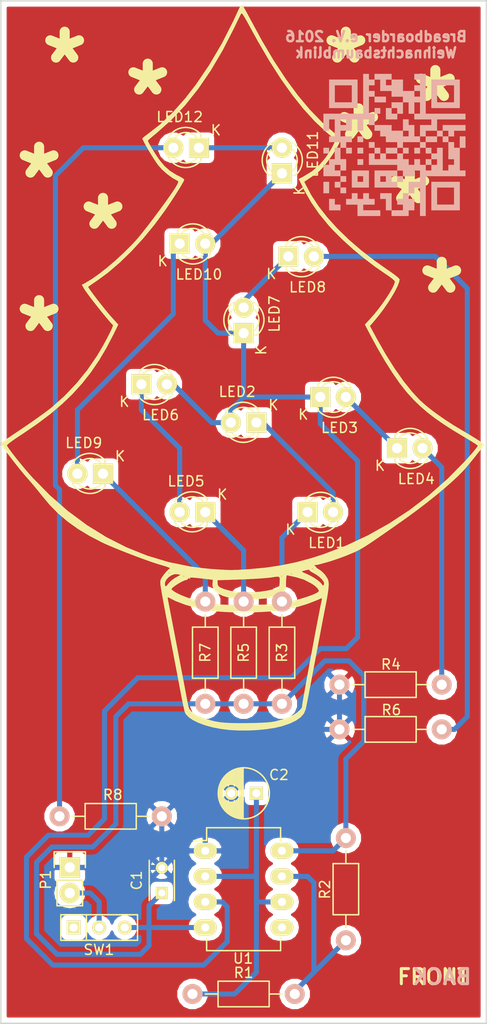
<source format=kicad_pcb>
(kicad_pcb (version 4) (host pcbnew 4.0.4-stable)

  (general
    (links 37)
    (no_connects 0)
    (area 129.464999 60.884999 177.875001 162.635001)
    (thickness 1.6)
    (drawings 17)
    (tracks 120)
    (zones 0)
    (modules 27)
    (nets 19)
  )

  (page A4)
  (title_block
    (title "Weihnachtsbaumblink / Tannenbaumplatine Loetworkshop")
    (date 2016-03-03)
    (rev 2)
    (company "Breadboarder e.V.")
  )

  (layers
    (0 F.Cu signal)
    (31 B.Cu signal)
    (32 B.Adhes user)
    (33 F.Adhes user)
    (34 B.Paste user)
    (35 F.Paste user)
    (36 B.SilkS user)
    (37 F.SilkS user)
    (38 B.Mask user)
    (39 F.Mask user)
    (40 Dwgs.User user)
    (41 Cmts.User user)
    (42 Eco1.User user)
    (43 Eco2.User user)
    (44 Edge.Cuts user)
    (45 Margin user)
    (46 B.CrtYd user)
    (47 F.CrtYd user)
    (48 B.Fab user)
    (49 F.Fab user)
  )

  (setup
    (last_trace_width 0.5)
    (trace_clearance 0.5)
    (zone_clearance 0.508)
    (zone_45_only no)
    (trace_min 0.16)
    (segment_width 0.2)
    (edge_width 0.15)
    (via_size 0.9)
    (via_drill 0.8)
    (via_min_size 0.4)
    (via_min_drill 0.3)
    (uvia_size 0.7)
    (uvia_drill 0.6)
    (uvias_allowed no)
    (uvia_min_size 0.2)
    (uvia_min_drill 0.1)
    (pcb_text_width 0.3)
    (pcb_text_size 1.5 1.5)
    (mod_edge_width 0.15)
    (mod_text_size 1 1)
    (mod_text_width 0.15)
    (pad_size 1.524 1.524)
    (pad_drill 0.762)
    (pad_to_mask_clearance 0.2)
    (aux_axis_origin 0 0)
    (visible_elements 7FFFFFFF)
    (pcbplotparams
      (layerselection 0x00030_80000001)
      (usegerberextensions false)
      (excludeedgelayer true)
      (linewidth 0.100000)
      (plotframeref false)
      (viasonmask false)
      (mode 1)
      (useauxorigin false)
      (hpglpennumber 1)
      (hpglpenspeed 20)
      (hpglpendiameter 15)
      (hpglpenoverlay 2)
      (psnegative false)
      (psa4output false)
      (plotreference true)
      (plotvalue true)
      (plotinvisibletext false)
      (padsonsilk false)
      (subtractmaskfromsilk false)
      (outputformat 1)
      (mirror false)
      (drillshape 1)
      (scaleselection 1)
      (outputdirectory ""))
  )

  (net 0 "")
  (net 1 +9V)
  (net 2 GND)
  (net 3 "Net-(C2-Pad1)")
  (net 4 "Net-(LED1-Pad1)")
  (net 5 "Net-(LED1-Pad2)")
  (net 6 "Net-(LED10-Pad2)")
  (net 7 "Net-(LED3-Pad2)")
  (net 8 "Net-(LED4-Pad2)")
  (net 9 "Net-(LED5-Pad1)")
  (net 10 "Net-(LED5-Pad2)")
  (net 11 "Net-(LED7-Pad2)")
  (net 12 "Net-(LED8-Pad2)")
  (net 13 "Net-(LED9-Pad1)")
  (net 14 "Net-(LED10-Pad1)")
  (net 15 "Net-(LED11-Pad2)")
  (net 16 "Net-(LED12-Pad2)")
  (net 17 "Net-(P1-Pad2)")
  (net 18 "Net-(R1-Pad1)")

  (net_class Default "Dies ist die voreingestellte Netzklasse."
    (clearance 0.5)
    (trace_width 0.5)
    (via_dia 0.9)
    (via_drill 0.8)
    (uvia_dia 0.7)
    (uvia_drill 0.6)
    (add_net +9V)
    (add_net GND)
    (add_net "Net-(C2-Pad1)")
    (add_net "Net-(LED1-Pad1)")
    (add_net "Net-(LED1-Pad2)")
    (add_net "Net-(LED10-Pad1)")
    (add_net "Net-(LED10-Pad2)")
    (add_net "Net-(LED11-Pad2)")
    (add_net "Net-(LED12-Pad2)")
    (add_net "Net-(LED3-Pad2)")
    (add_net "Net-(LED4-Pad2)")
    (add_net "Net-(LED5-Pad1)")
    (add_net "Net-(LED5-Pad2)")
    (add_net "Net-(LED7-Pad2)")
    (add_net "Net-(LED8-Pad2)")
    (add_net "Net-(LED9-Pad1)")
    (add_net "Net-(P1-Pad2)")
    (add_net "Net-(R1-Pad1)")
  )

  (module Capacitors_ThroughHole:C_Radial_D5_L11_P2.5 (layer F.Cu) (tedit 57E3FF97) (tstamp 5661F3D6)
    (at 154.94 139.7 180)
    (descr "Radial Electrolytic Capacitor Diameter 5mm x Length 11mm, Pitch 2.5mm")
    (tags "Electrolytic Capacitor")
    (path /566044E6)
    (fp_text reference C2 (at -2.2352 1.8288 180) (layer F.SilkS)
      (effects (font (size 1 1) (thickness 0.15)))
    )
    (fp_text value 4u7 (at 1.25 3.8 180) (layer F.Fab)
      (effects (font (size 1 1) (thickness 0.15)))
    )
    (fp_line (start 1.325 -2.499) (end 1.325 2.499) (layer F.SilkS) (width 0.15))
    (fp_line (start 1.465 -2.491) (end 1.465 2.491) (layer F.SilkS) (width 0.15))
    (fp_line (start 1.605 -2.475) (end 1.605 -0.095) (layer F.SilkS) (width 0.15))
    (fp_line (start 1.605 0.095) (end 1.605 2.475) (layer F.SilkS) (width 0.15))
    (fp_line (start 1.745 -2.451) (end 1.745 -0.49) (layer F.SilkS) (width 0.15))
    (fp_line (start 1.745 0.49) (end 1.745 2.451) (layer F.SilkS) (width 0.15))
    (fp_line (start 1.885 -2.418) (end 1.885 -0.657) (layer F.SilkS) (width 0.15))
    (fp_line (start 1.885 0.657) (end 1.885 2.418) (layer F.SilkS) (width 0.15))
    (fp_line (start 2.025 -2.377) (end 2.025 -0.764) (layer F.SilkS) (width 0.15))
    (fp_line (start 2.025 0.764) (end 2.025 2.377) (layer F.SilkS) (width 0.15))
    (fp_line (start 2.165 -2.327) (end 2.165 -0.835) (layer F.SilkS) (width 0.15))
    (fp_line (start 2.165 0.835) (end 2.165 2.327) (layer F.SilkS) (width 0.15))
    (fp_line (start 2.305 -2.266) (end 2.305 -0.879) (layer F.SilkS) (width 0.15))
    (fp_line (start 2.305 0.879) (end 2.305 2.266) (layer F.SilkS) (width 0.15))
    (fp_line (start 2.445 -2.196) (end 2.445 -0.898) (layer F.SilkS) (width 0.15))
    (fp_line (start 2.445 0.898) (end 2.445 2.196) (layer F.SilkS) (width 0.15))
    (fp_line (start 2.585 -2.114) (end 2.585 -0.896) (layer F.SilkS) (width 0.15))
    (fp_line (start 2.585 0.896) (end 2.585 2.114) (layer F.SilkS) (width 0.15))
    (fp_line (start 2.725 -2.019) (end 2.725 -0.871) (layer F.SilkS) (width 0.15))
    (fp_line (start 2.725 0.871) (end 2.725 2.019) (layer F.SilkS) (width 0.15))
    (fp_line (start 2.865 -1.908) (end 2.865 -0.823) (layer F.SilkS) (width 0.15))
    (fp_line (start 2.865 0.823) (end 2.865 1.908) (layer F.SilkS) (width 0.15))
    (fp_line (start 3.005 -1.78) (end 3.005 -0.745) (layer F.SilkS) (width 0.15))
    (fp_line (start 3.005 0.745) (end 3.005 1.78) (layer F.SilkS) (width 0.15))
    (fp_line (start 3.145 -1.631) (end 3.145 -0.628) (layer F.SilkS) (width 0.15))
    (fp_line (start 3.145 0.628) (end 3.145 1.631) (layer F.SilkS) (width 0.15))
    (fp_line (start 3.285 -1.452) (end 3.285 -0.44) (layer F.SilkS) (width 0.15))
    (fp_line (start 3.285 0.44) (end 3.285 1.452) (layer F.SilkS) (width 0.15))
    (fp_line (start 3.425 -1.233) (end 3.425 1.233) (layer F.SilkS) (width 0.15))
    (fp_line (start 3.565 -0.944) (end 3.565 0.944) (layer F.SilkS) (width 0.15))
    (fp_line (start 3.705 -0.472) (end 3.705 0.472) (layer F.SilkS) (width 0.15))
    (fp_circle (center 2.5 0) (end 2.5 -0.9) (layer F.SilkS) (width 0.15))
    (fp_circle (center 1.25 0) (end 1.25 -2.5375) (layer F.SilkS) (width 0.15))
    (fp_circle (center 1.25 0) (end 1.25 -2.8) (layer F.CrtYd) (width 0.05))
    (pad 1 thru_hole rect (at 0 0 180) (size 1.3 1.3) (drill 0.8) (layers *.Cu *.Mask F.SilkS)
      (net 3 "Net-(C2-Pad1)"))
    (pad 2 thru_hole circle (at 2.5 0 180) (size 1.3 1.3) (drill 0.8) (layers *.Cu *.Mask F.SilkS)
      (net 2 GND))
    (model Capacitors_ThroughHole.3dshapes/C_Radial_D5_L11_P2.5.wrl
      (at (xyz 0.049213 0 0))
      (scale (xyz 1 1 1))
      (rotate (xyz 0 0 90))
    )
  )

  (module LEDs:LED-3MM (layer F.Cu) (tedit 559B82F6) (tstamp 5661F3E2)
    (at 160.02 111.76)
    (descr "LED 3mm round vertical")
    (tags "LED  3mm round vertical")
    (path /566053DB)
    (fp_text reference LED1 (at 1.91 3.06) (layer F.SilkS)
      (effects (font (size 1 1) (thickness 0.15)))
    )
    (fp_text value LED (at 1.3 -2.9) (layer F.Fab)
      (effects (font (size 1 1) (thickness 0.15)))
    )
    (fp_line (start -1.2 2.3) (end 3.8 2.3) (layer F.CrtYd) (width 0.05))
    (fp_line (start 3.8 2.3) (end 3.8 -2.2) (layer F.CrtYd) (width 0.05))
    (fp_line (start 3.8 -2.2) (end -1.2 -2.2) (layer F.CrtYd) (width 0.05))
    (fp_line (start -1.2 -2.2) (end -1.2 2.3) (layer F.CrtYd) (width 0.05))
    (fp_line (start -0.199 1.314) (end -0.199 1.114) (layer F.SilkS) (width 0.15))
    (fp_line (start -0.199 -1.28) (end -0.199 -1.1) (layer F.SilkS) (width 0.15))
    (fp_arc (start 1.301 0.034) (end -0.199 -1.286) (angle 108.5) (layer F.SilkS) (width 0.15))
    (fp_arc (start 1.301 0.034) (end 0.25 -1.1) (angle 85.7) (layer F.SilkS) (width 0.15))
    (fp_arc (start 1.311 0.034) (end 3.051 0.994) (angle 110) (layer F.SilkS) (width 0.15))
    (fp_arc (start 1.301 0.034) (end 2.335 1.094) (angle 87.5) (layer F.SilkS) (width 0.15))
    (fp_text user K (at -1.69 1.74) (layer F.SilkS)
      (effects (font (size 1 1) (thickness 0.15)))
    )
    (pad 1 thru_hole rect (at 0 0 90) (size 2 2) (drill 1.00076) (layers *.Cu *.Mask F.SilkS)
      (net 4 "Net-(LED1-Pad1)"))
    (pad 2 thru_hole circle (at 2.54 0) (size 2 2) (drill 1.00076) (layers *.Cu *.Mask F.SilkS)
      (net 5 "Net-(LED1-Pad2)"))
    (model LEDs.3dshapes/LED-3MM.wrl
      (at (xyz 0.05 0 0))
      (scale (xyz 1 1 1))
      (rotate (xyz 0 0 90))
    )
  )

  (module LEDs:LED-3MM (layer F.Cu) (tedit 559B82F6) (tstamp 5661F3E8)
    (at 154.94 102.87 180)
    (descr "LED 3mm round vertical")
    (tags "LED  3mm round vertical")
    (path /566053E1)
    (fp_text reference LED2 (at 1.91 3.06 180) (layer F.SilkS)
      (effects (font (size 1 1) (thickness 0.15)))
    )
    (fp_text value LED (at 1.3 -2.9 180) (layer F.Fab)
      (effects (font (size 1 1) (thickness 0.15)))
    )
    (fp_line (start -1.2 2.3) (end 3.8 2.3) (layer F.CrtYd) (width 0.05))
    (fp_line (start 3.8 2.3) (end 3.8 -2.2) (layer F.CrtYd) (width 0.05))
    (fp_line (start 3.8 -2.2) (end -1.2 -2.2) (layer F.CrtYd) (width 0.05))
    (fp_line (start -1.2 -2.2) (end -1.2 2.3) (layer F.CrtYd) (width 0.05))
    (fp_line (start -0.199 1.314) (end -0.199 1.114) (layer F.SilkS) (width 0.15))
    (fp_line (start -0.199 -1.28) (end -0.199 -1.1) (layer F.SilkS) (width 0.15))
    (fp_arc (start 1.301 0.034) (end -0.199 -1.286) (angle 108.5) (layer F.SilkS) (width 0.15))
    (fp_arc (start 1.301 0.034) (end 0.25 -1.1) (angle 85.7) (layer F.SilkS) (width 0.15))
    (fp_arc (start 1.311 0.034) (end 3.051 0.994) (angle 110) (layer F.SilkS) (width 0.15))
    (fp_arc (start 1.301 0.034) (end 2.335 1.094) (angle 87.5) (layer F.SilkS) (width 0.15))
    (fp_text user K (at -1.69 1.74 180) (layer F.SilkS)
      (effects (font (size 1 1) (thickness 0.15)))
    )
    (pad 1 thru_hole rect (at 0 0 270) (size 2 2) (drill 1.00076) (layers *.Cu *.Mask F.SilkS)
      (net 5 "Net-(LED1-Pad2)"))
    (pad 2 thru_hole circle (at 2.54 0 180) (size 2 2) (drill 1.00076) (layers *.Cu *.Mask F.SilkS)
      (net 6 "Net-(LED10-Pad2)"))
    (model LEDs.3dshapes/LED-3MM.wrl
      (at (xyz 0.05 0 0))
      (scale (xyz 1 1 1))
      (rotate (xyz 0 0 90))
    )
  )

  (module LEDs:LED-3MM (layer F.Cu) (tedit 559B82F6) (tstamp 5661F3EE)
    (at 161.29 100.33)
    (descr "LED 3mm round vertical")
    (tags "LED  3mm round vertical")
    (path /566053E7)
    (fp_text reference LED3 (at 1.91 3.06) (layer F.SilkS)
      (effects (font (size 1 1) (thickness 0.15)))
    )
    (fp_text value LED (at 1.3 -2.9) (layer F.Fab)
      (effects (font (size 1 1) (thickness 0.15)))
    )
    (fp_line (start -1.2 2.3) (end 3.8 2.3) (layer F.CrtYd) (width 0.05))
    (fp_line (start 3.8 2.3) (end 3.8 -2.2) (layer F.CrtYd) (width 0.05))
    (fp_line (start 3.8 -2.2) (end -1.2 -2.2) (layer F.CrtYd) (width 0.05))
    (fp_line (start -1.2 -2.2) (end -1.2 2.3) (layer F.CrtYd) (width 0.05))
    (fp_line (start -0.199 1.314) (end -0.199 1.114) (layer F.SilkS) (width 0.15))
    (fp_line (start -0.199 -1.28) (end -0.199 -1.1) (layer F.SilkS) (width 0.15))
    (fp_arc (start 1.301 0.034) (end -0.199 -1.286) (angle 108.5) (layer F.SilkS) (width 0.15))
    (fp_arc (start 1.301 0.034) (end 0.25 -1.1) (angle 85.7) (layer F.SilkS) (width 0.15))
    (fp_arc (start 1.311 0.034) (end 3.051 0.994) (angle 110) (layer F.SilkS) (width 0.15))
    (fp_arc (start 1.301 0.034) (end 2.335 1.094) (angle 87.5) (layer F.SilkS) (width 0.15))
    (fp_text user K (at -1.69 1.74) (layer F.SilkS)
      (effects (font (size 1 1) (thickness 0.15)))
    )
    (pad 1 thru_hole rect (at 0 0 90) (size 2 2) (drill 1.00076) (layers *.Cu *.Mask F.SilkS)
      (net 6 "Net-(LED10-Pad2)"))
    (pad 2 thru_hole circle (at 2.54 0) (size 2 2) (drill 1.00076) (layers *.Cu *.Mask F.SilkS)
      (net 7 "Net-(LED3-Pad2)"))
    (model LEDs.3dshapes/LED-3MM.wrl
      (at (xyz 0.05 0 0))
      (scale (xyz 1 1 1))
      (rotate (xyz 0 0 90))
    )
  )

  (module LEDs:LED-3MM (layer F.Cu) (tedit 559B82F6) (tstamp 5661F3F4)
    (at 168.91 105.41)
    (descr "LED 3mm round vertical")
    (tags "LED  3mm round vertical")
    (path /566053ED)
    (fp_text reference LED4 (at 1.91 3.06) (layer F.SilkS)
      (effects (font (size 1 1) (thickness 0.15)))
    )
    (fp_text value LED (at 1.3 -2.9) (layer F.Fab)
      (effects (font (size 1 1) (thickness 0.15)))
    )
    (fp_line (start -1.2 2.3) (end 3.8 2.3) (layer F.CrtYd) (width 0.05))
    (fp_line (start 3.8 2.3) (end 3.8 -2.2) (layer F.CrtYd) (width 0.05))
    (fp_line (start 3.8 -2.2) (end -1.2 -2.2) (layer F.CrtYd) (width 0.05))
    (fp_line (start -1.2 -2.2) (end -1.2 2.3) (layer F.CrtYd) (width 0.05))
    (fp_line (start -0.199 1.314) (end -0.199 1.114) (layer F.SilkS) (width 0.15))
    (fp_line (start -0.199 -1.28) (end -0.199 -1.1) (layer F.SilkS) (width 0.15))
    (fp_arc (start 1.301 0.034) (end -0.199 -1.286) (angle 108.5) (layer F.SilkS) (width 0.15))
    (fp_arc (start 1.301 0.034) (end 0.25 -1.1) (angle 85.7) (layer F.SilkS) (width 0.15))
    (fp_arc (start 1.311 0.034) (end 3.051 0.994) (angle 110) (layer F.SilkS) (width 0.15))
    (fp_arc (start 1.301 0.034) (end 2.335 1.094) (angle 87.5) (layer F.SilkS) (width 0.15))
    (fp_text user K (at -1.69 1.74) (layer F.SilkS)
      (effects (font (size 1 1) (thickness 0.15)))
    )
    (pad 1 thru_hole rect (at 0 0 90) (size 2 2) (drill 1.00076) (layers *.Cu *.Mask F.SilkS)
      (net 7 "Net-(LED3-Pad2)"))
    (pad 2 thru_hole circle (at 2.54 0) (size 2 2) (drill 1.00076) (layers *.Cu *.Mask F.SilkS)
      (net 8 "Net-(LED4-Pad2)"))
    (model LEDs.3dshapes/LED-3MM.wrl
      (at (xyz 0.05 0 0))
      (scale (xyz 1 1 1))
      (rotate (xyz 0 0 90))
    )
  )

  (module LEDs:LED-3MM (layer F.Cu) (tedit 559B82F6) (tstamp 5661F3FA)
    (at 149.86 111.76 180)
    (descr "LED 3mm round vertical")
    (tags "LED  3mm round vertical")
    (path /56605302)
    (fp_text reference LED5 (at 1.91 3.06 180) (layer F.SilkS)
      (effects (font (size 1 1) (thickness 0.15)))
    )
    (fp_text value LED (at 1.3 -2.9 180) (layer F.Fab)
      (effects (font (size 1 1) (thickness 0.15)))
    )
    (fp_line (start -1.2 2.3) (end 3.8 2.3) (layer F.CrtYd) (width 0.05))
    (fp_line (start 3.8 2.3) (end 3.8 -2.2) (layer F.CrtYd) (width 0.05))
    (fp_line (start 3.8 -2.2) (end -1.2 -2.2) (layer F.CrtYd) (width 0.05))
    (fp_line (start -1.2 -2.2) (end -1.2 2.3) (layer F.CrtYd) (width 0.05))
    (fp_line (start -0.199 1.314) (end -0.199 1.114) (layer F.SilkS) (width 0.15))
    (fp_line (start -0.199 -1.28) (end -0.199 -1.1) (layer F.SilkS) (width 0.15))
    (fp_arc (start 1.301 0.034) (end -0.199 -1.286) (angle 108.5) (layer F.SilkS) (width 0.15))
    (fp_arc (start 1.301 0.034) (end 0.25 -1.1) (angle 85.7) (layer F.SilkS) (width 0.15))
    (fp_arc (start 1.311 0.034) (end 3.051 0.994) (angle 110) (layer F.SilkS) (width 0.15))
    (fp_arc (start 1.301 0.034) (end 2.335 1.094) (angle 87.5) (layer F.SilkS) (width 0.15))
    (fp_text user K (at -1.69 1.74 180) (layer F.SilkS)
      (effects (font (size 1 1) (thickness 0.15)))
    )
    (pad 1 thru_hole rect (at 0 0 270) (size 2 2) (drill 1.00076) (layers *.Cu *.Mask F.SilkS)
      (net 9 "Net-(LED5-Pad1)"))
    (pad 2 thru_hole circle (at 2.54 0 180) (size 2 2) (drill 1.00076) (layers *.Cu *.Mask F.SilkS)
      (net 10 "Net-(LED5-Pad2)"))
    (model LEDs.3dshapes/LED-3MM.wrl
      (at (xyz 0.05 0 0))
      (scale (xyz 1 1 1))
      (rotate (xyz 0 0 90))
    )
  )

  (module LEDs:LED-3MM (layer F.Cu) (tedit 559B82F6) (tstamp 5661F400)
    (at 143.51 99.06)
    (descr "LED 3mm round vertical")
    (tags "LED  3mm round vertical")
    (path /56605308)
    (fp_text reference LED6 (at 1.91 3.06) (layer F.SilkS)
      (effects (font (size 1 1) (thickness 0.15)))
    )
    (fp_text value LED (at 1.3 -2.9) (layer F.Fab)
      (effects (font (size 1 1) (thickness 0.15)))
    )
    (fp_line (start -1.2 2.3) (end 3.8 2.3) (layer F.CrtYd) (width 0.05))
    (fp_line (start 3.8 2.3) (end 3.8 -2.2) (layer F.CrtYd) (width 0.05))
    (fp_line (start 3.8 -2.2) (end -1.2 -2.2) (layer F.CrtYd) (width 0.05))
    (fp_line (start -1.2 -2.2) (end -1.2 2.3) (layer F.CrtYd) (width 0.05))
    (fp_line (start -0.199 1.314) (end -0.199 1.114) (layer F.SilkS) (width 0.15))
    (fp_line (start -0.199 -1.28) (end -0.199 -1.1) (layer F.SilkS) (width 0.15))
    (fp_arc (start 1.301 0.034) (end -0.199 -1.286) (angle 108.5) (layer F.SilkS) (width 0.15))
    (fp_arc (start 1.301 0.034) (end 0.25 -1.1) (angle 85.7) (layer F.SilkS) (width 0.15))
    (fp_arc (start 1.311 0.034) (end 3.051 0.994) (angle 110) (layer F.SilkS) (width 0.15))
    (fp_arc (start 1.301 0.034) (end 2.335 1.094) (angle 87.5) (layer F.SilkS) (width 0.15))
    (fp_text user K (at -1.69 1.74) (layer F.SilkS)
      (effects (font (size 1 1) (thickness 0.15)))
    )
    (pad 1 thru_hole rect (at 0 0 90) (size 2 2) (drill 1.00076) (layers *.Cu *.Mask F.SilkS)
      (net 10 "Net-(LED5-Pad2)"))
    (pad 2 thru_hole circle (at 2.54 0) (size 2 2) (drill 1.00076) (layers *.Cu *.Mask F.SilkS)
      (net 6 "Net-(LED10-Pad2)"))
    (model LEDs.3dshapes/LED-3MM.wrl
      (at (xyz 0.05 0 0))
      (scale (xyz 1 1 1))
      (rotate (xyz 0 0 90))
    )
  )

  (module LEDs:LED-3MM (layer F.Cu) (tedit 559B82F6) (tstamp 5661F406)
    (at 153.67 93.98 90)
    (descr "LED 3mm round vertical")
    (tags "LED  3mm round vertical")
    (path /5660530E)
    (fp_text reference LED7 (at 1.91 3.06 90) (layer F.SilkS)
      (effects (font (size 1 1) (thickness 0.15)))
    )
    (fp_text value LED (at 1.3 -2.9 90) (layer F.Fab)
      (effects (font (size 1 1) (thickness 0.15)))
    )
    (fp_line (start -1.2 2.3) (end 3.8 2.3) (layer F.CrtYd) (width 0.05))
    (fp_line (start 3.8 2.3) (end 3.8 -2.2) (layer F.CrtYd) (width 0.05))
    (fp_line (start 3.8 -2.2) (end -1.2 -2.2) (layer F.CrtYd) (width 0.05))
    (fp_line (start -1.2 -2.2) (end -1.2 2.3) (layer F.CrtYd) (width 0.05))
    (fp_line (start -0.199 1.314) (end -0.199 1.114) (layer F.SilkS) (width 0.15))
    (fp_line (start -0.199 -1.28) (end -0.199 -1.1) (layer F.SilkS) (width 0.15))
    (fp_arc (start 1.301 0.034) (end -0.199 -1.286) (angle 108.5) (layer F.SilkS) (width 0.15))
    (fp_arc (start 1.301 0.034) (end 0.25 -1.1) (angle 85.7) (layer F.SilkS) (width 0.15))
    (fp_arc (start 1.311 0.034) (end 3.051 0.994) (angle 110) (layer F.SilkS) (width 0.15))
    (fp_arc (start 1.301 0.034) (end 2.335 1.094) (angle 87.5) (layer F.SilkS) (width 0.15))
    (fp_text user K (at -1.69 1.74 90) (layer F.SilkS)
      (effects (font (size 1 1) (thickness 0.15)))
    )
    (pad 1 thru_hole rect (at 0 0 180) (size 2 2) (drill 1.00076) (layers *.Cu *.Mask F.SilkS)
      (net 6 "Net-(LED10-Pad2)"))
    (pad 2 thru_hole circle (at 2.54 0 90) (size 2 2) (drill 1.00076) (layers *.Cu *.Mask F.SilkS)
      (net 11 "Net-(LED7-Pad2)"))
    (model LEDs.3dshapes/LED-3MM.wrl
      (at (xyz 0.05 0 0))
      (scale (xyz 1 1 1))
      (rotate (xyz 0 0 90))
    )
  )

  (module LEDs:LED-3MM (layer F.Cu) (tedit 559B82F6) (tstamp 5661F40C)
    (at 158.115 86.36)
    (descr "LED 3mm round vertical")
    (tags "LED  3mm round vertical")
    (path /56605314)
    (fp_text reference LED8 (at 1.91 3.06) (layer F.SilkS)
      (effects (font (size 1 1) (thickness 0.15)))
    )
    (fp_text value LED (at 1.3 -2.9) (layer F.Fab)
      (effects (font (size 1 1) (thickness 0.15)))
    )
    (fp_line (start -1.2 2.3) (end 3.8 2.3) (layer F.CrtYd) (width 0.05))
    (fp_line (start 3.8 2.3) (end 3.8 -2.2) (layer F.CrtYd) (width 0.05))
    (fp_line (start 3.8 -2.2) (end -1.2 -2.2) (layer F.CrtYd) (width 0.05))
    (fp_line (start -1.2 -2.2) (end -1.2 2.3) (layer F.CrtYd) (width 0.05))
    (fp_line (start -0.199 1.314) (end -0.199 1.114) (layer F.SilkS) (width 0.15))
    (fp_line (start -0.199 -1.28) (end -0.199 -1.1) (layer F.SilkS) (width 0.15))
    (fp_arc (start 1.301 0.034) (end -0.199 -1.286) (angle 108.5) (layer F.SilkS) (width 0.15))
    (fp_arc (start 1.301 0.034) (end 0.25 -1.1) (angle 85.7) (layer F.SilkS) (width 0.15))
    (fp_arc (start 1.311 0.034) (end 3.051 0.994) (angle 110) (layer F.SilkS) (width 0.15))
    (fp_arc (start 1.301 0.034) (end 2.335 1.094) (angle 87.5) (layer F.SilkS) (width 0.15))
    (fp_text user K (at -1.69 1.74) (layer F.SilkS)
      (effects (font (size 1 1) (thickness 0.15)))
    )
    (pad 1 thru_hole rect (at 0 0 90) (size 2 2) (drill 1.00076) (layers *.Cu *.Mask F.SilkS)
      (net 11 "Net-(LED7-Pad2)"))
    (pad 2 thru_hole circle (at 2.54 0) (size 2 2) (drill 1.00076) (layers *.Cu *.Mask F.SilkS)
      (net 12 "Net-(LED8-Pad2)"))
    (model LEDs.3dshapes/LED-3MM.wrl
      (at (xyz 0.05 0 0))
      (scale (xyz 1 1 1))
      (rotate (xyz 0 0 90))
    )
  )

  (module LEDs:LED-3MM (layer F.Cu) (tedit 559B82F6) (tstamp 5661F412)
    (at 139.7 107.95 180)
    (descr "LED 3mm round vertical")
    (tags "LED  3mm round vertical")
    (path /566046F8)
    (fp_text reference LED9 (at 1.91 3.06 180) (layer F.SilkS)
      (effects (font (size 1 1) (thickness 0.15)))
    )
    (fp_text value LED (at 1.3 -2.9 180) (layer F.Fab)
      (effects (font (size 1 1) (thickness 0.15)))
    )
    (fp_line (start -1.2 2.3) (end 3.8 2.3) (layer F.CrtYd) (width 0.05))
    (fp_line (start 3.8 2.3) (end 3.8 -2.2) (layer F.CrtYd) (width 0.05))
    (fp_line (start 3.8 -2.2) (end -1.2 -2.2) (layer F.CrtYd) (width 0.05))
    (fp_line (start -1.2 -2.2) (end -1.2 2.3) (layer F.CrtYd) (width 0.05))
    (fp_line (start -0.199 1.314) (end -0.199 1.114) (layer F.SilkS) (width 0.15))
    (fp_line (start -0.199 -1.28) (end -0.199 -1.1) (layer F.SilkS) (width 0.15))
    (fp_arc (start 1.301 0.034) (end -0.199 -1.286) (angle 108.5) (layer F.SilkS) (width 0.15))
    (fp_arc (start 1.301 0.034) (end 0.25 -1.1) (angle 85.7) (layer F.SilkS) (width 0.15))
    (fp_arc (start 1.311 0.034) (end 3.051 0.994) (angle 110) (layer F.SilkS) (width 0.15))
    (fp_arc (start 1.301 0.034) (end 2.335 1.094) (angle 87.5) (layer F.SilkS) (width 0.15))
    (fp_text user K (at -1.69 1.74 180) (layer F.SilkS)
      (effects (font (size 1 1) (thickness 0.15)))
    )
    (pad 1 thru_hole rect (at 0 0 270) (size 2 2) (drill 1.00076) (layers *.Cu *.Mask F.SilkS)
      (net 13 "Net-(LED9-Pad1)"))
    (pad 2 thru_hole circle (at 2.54 0 180) (size 2 2) (drill 1.00076) (layers *.Cu *.Mask F.SilkS)
      (net 14 "Net-(LED10-Pad1)"))
    (model LEDs.3dshapes/LED-3MM.wrl
      (at (xyz 0.05 0 0))
      (scale (xyz 1 1 1))
      (rotate (xyz 0 0 90))
    )
  )

  (module LEDs:LED-3MM (layer F.Cu) (tedit 559B82F6) (tstamp 5661F418)
    (at 147.32 85.09)
    (descr "LED 3mm round vertical")
    (tags "LED  3mm round vertical")
    (path /56604BFF)
    (fp_text reference LED10 (at 1.91 3.06) (layer F.SilkS)
      (effects (font (size 1 1) (thickness 0.15)))
    )
    (fp_text value LED (at 1.3 -2.9) (layer F.Fab)
      (effects (font (size 1 1) (thickness 0.15)))
    )
    (fp_line (start -1.2 2.3) (end 3.8 2.3) (layer F.CrtYd) (width 0.05))
    (fp_line (start 3.8 2.3) (end 3.8 -2.2) (layer F.CrtYd) (width 0.05))
    (fp_line (start 3.8 -2.2) (end -1.2 -2.2) (layer F.CrtYd) (width 0.05))
    (fp_line (start -1.2 -2.2) (end -1.2 2.3) (layer F.CrtYd) (width 0.05))
    (fp_line (start -0.199 1.314) (end -0.199 1.114) (layer F.SilkS) (width 0.15))
    (fp_line (start -0.199 -1.28) (end -0.199 -1.1) (layer F.SilkS) (width 0.15))
    (fp_arc (start 1.301 0.034) (end -0.199 -1.286) (angle 108.5) (layer F.SilkS) (width 0.15))
    (fp_arc (start 1.301 0.034) (end 0.25 -1.1) (angle 85.7) (layer F.SilkS) (width 0.15))
    (fp_arc (start 1.311 0.034) (end 3.051 0.994) (angle 110) (layer F.SilkS) (width 0.15))
    (fp_arc (start 1.301 0.034) (end 2.335 1.094) (angle 87.5) (layer F.SilkS) (width 0.15))
    (fp_text user K (at -1.69 1.74) (layer F.SilkS)
      (effects (font (size 1 1) (thickness 0.15)))
    )
    (pad 1 thru_hole rect (at 0 0 90) (size 2 2) (drill 1.00076) (layers *.Cu *.Mask F.SilkS)
      (net 14 "Net-(LED10-Pad1)"))
    (pad 2 thru_hole circle (at 2.54 0) (size 2 2) (drill 1.00076) (layers *.Cu *.Mask F.SilkS)
      (net 6 "Net-(LED10-Pad2)"))
    (model LEDs.3dshapes/LED-3MM.wrl
      (at (xyz 0.05 0 0))
      (scale (xyz 1 1 1))
      (rotate (xyz 0 0 90))
    )
  )

  (module LEDs:LED-3MM (layer F.Cu) (tedit 559B82F6) (tstamp 5661F41E)
    (at 157.48 78.105 90)
    (descr "LED 3mm round vertical")
    (tags "LED  3mm round vertical")
    (path /56604C82)
    (fp_text reference LED11 (at 1.91 3.06 90) (layer F.SilkS)
      (effects (font (size 1 1) (thickness 0.15)))
    )
    (fp_text value LED (at 1.3 -2.9 90) (layer F.Fab)
      (effects (font (size 1 1) (thickness 0.15)))
    )
    (fp_line (start -1.2 2.3) (end 3.8 2.3) (layer F.CrtYd) (width 0.05))
    (fp_line (start 3.8 2.3) (end 3.8 -2.2) (layer F.CrtYd) (width 0.05))
    (fp_line (start 3.8 -2.2) (end -1.2 -2.2) (layer F.CrtYd) (width 0.05))
    (fp_line (start -1.2 -2.2) (end -1.2 2.3) (layer F.CrtYd) (width 0.05))
    (fp_line (start -0.199 1.314) (end -0.199 1.114) (layer F.SilkS) (width 0.15))
    (fp_line (start -0.199 -1.28) (end -0.199 -1.1) (layer F.SilkS) (width 0.15))
    (fp_arc (start 1.301 0.034) (end -0.199 -1.286) (angle 108.5) (layer F.SilkS) (width 0.15))
    (fp_arc (start 1.301 0.034) (end 0.25 -1.1) (angle 85.7) (layer F.SilkS) (width 0.15))
    (fp_arc (start 1.311 0.034) (end 3.051 0.994) (angle 110) (layer F.SilkS) (width 0.15))
    (fp_arc (start 1.301 0.034) (end 2.335 1.094) (angle 87.5) (layer F.SilkS) (width 0.15))
    (fp_text user K (at -1.69 1.74 90) (layer F.SilkS)
      (effects (font (size 1 1) (thickness 0.15)))
    )
    (pad 1 thru_hole rect (at 0 0 180) (size 2 2) (drill 1.00076) (layers *.Cu *.Mask F.SilkS)
      (net 6 "Net-(LED10-Pad2)"))
    (pad 2 thru_hole circle (at 2.54 0 90) (size 2 2) (drill 1.00076) (layers *.Cu *.Mask F.SilkS)
      (net 15 "Net-(LED11-Pad2)"))
    (model LEDs.3dshapes/LED-3MM.wrl
      (at (xyz 0.05 0 0))
      (scale (xyz 1 1 1))
      (rotate (xyz 0 0 90))
    )
  )

  (module LEDs:LED-3MM (layer F.Cu) (tedit 559B82F6) (tstamp 5661F424)
    (at 149.225 75.565 180)
    (descr "LED 3mm round vertical")
    (tags "LED  3mm round vertical")
    (path /56604CF2)
    (fp_text reference LED12 (at 1.91 3.06 180) (layer F.SilkS)
      (effects (font (size 1 1) (thickness 0.15)))
    )
    (fp_text value LED (at 1.3 -2.9 180) (layer F.Fab)
      (effects (font (size 1 1) (thickness 0.15)))
    )
    (fp_line (start -1.2 2.3) (end 3.8 2.3) (layer F.CrtYd) (width 0.05))
    (fp_line (start 3.8 2.3) (end 3.8 -2.2) (layer F.CrtYd) (width 0.05))
    (fp_line (start 3.8 -2.2) (end -1.2 -2.2) (layer F.CrtYd) (width 0.05))
    (fp_line (start -1.2 -2.2) (end -1.2 2.3) (layer F.CrtYd) (width 0.05))
    (fp_line (start -0.199 1.314) (end -0.199 1.114) (layer F.SilkS) (width 0.15))
    (fp_line (start -0.199 -1.28) (end -0.199 -1.1) (layer F.SilkS) (width 0.15))
    (fp_arc (start 1.301 0.034) (end -0.199 -1.286) (angle 108.5) (layer F.SilkS) (width 0.15))
    (fp_arc (start 1.301 0.034) (end 0.25 -1.1) (angle 85.7) (layer F.SilkS) (width 0.15))
    (fp_arc (start 1.311 0.034) (end 3.051 0.994) (angle 110) (layer F.SilkS) (width 0.15))
    (fp_arc (start 1.301 0.034) (end 2.335 1.094) (angle 87.5) (layer F.SilkS) (width 0.15))
    (fp_text user K (at -1.69 1.74 180) (layer F.SilkS)
      (effects (font (size 1 1) (thickness 0.15)))
    )
    (pad 1 thru_hole rect (at 0 0 270) (size 2 2) (drill 1.00076) (layers *.Cu *.Mask F.SilkS)
      (net 15 "Net-(LED11-Pad2)"))
    (pad 2 thru_hole circle (at 2.54 0 180) (size 2 2) (drill 1.00076) (layers *.Cu *.Mask F.SilkS)
      (net 16 "Net-(LED12-Pad2)"))
    (model LEDs.3dshapes/LED-3MM.wrl
      (at (xyz 0.05 0 0))
      (scale (xyz 1 1 1))
      (rotate (xyz 0 0 90))
    )
  )

  (module Resistors_ThroughHole:Resistor_Horizontal_RM10mm (layer F.Cu) (tedit 57E3FF8A) (tstamp 5661F430)
    (at 153.67 159.639 180)
    (descr "Resistor, Axial,  RM 10mm, 1/3W,")
    (tags "Resistor, Axial, RM 10mm, 1/3W,")
    (path /566042A3)
    (fp_text reference R1 (at 0 2.1082 180) (layer F.SilkS)
      (effects (font (size 1 1) (thickness 0.15)))
    )
    (fp_text value 330k (at 3.81 3.81 180) (layer F.Fab)
      (effects (font (size 1 1) (thickness 0.15)))
    )
    (fp_line (start -2.54 -1.27) (end 2.54 -1.27) (layer F.SilkS) (width 0.15))
    (fp_line (start 2.54 -1.27) (end 2.54 1.27) (layer F.SilkS) (width 0.15))
    (fp_line (start 2.54 1.27) (end -2.54 1.27) (layer F.SilkS) (width 0.15))
    (fp_line (start -2.54 1.27) (end -2.54 -1.27) (layer F.SilkS) (width 0.15))
    (fp_line (start -2.54 0) (end -3.81 0) (layer F.SilkS) (width 0.15))
    (fp_line (start 2.54 0) (end 3.81 0) (layer F.SilkS) (width 0.15))
    (pad 1 thru_hole circle (at -5.08 0 180) (size 1.99898 1.99898) (drill 1.00076) (layers *.Cu *.SilkS *.Mask)
      (net 18 "Net-(R1-Pad1)"))
    (pad 2 thru_hole circle (at 5.08 0 180) (size 1.99898 1.99898) (drill 1.00076) (layers *.Cu *.SilkS *.Mask)
      (net 3 "Net-(C2-Pad1)"))
    (model Resistors_ThroughHole.3dshapes/Resistor_Horizontal_RM10mm.wrl
      (at (xyz 0 0 0))
      (scale (xyz 0.4 0.4 0.4))
      (rotate (xyz 0 0 0))
    )
  )

  (module Resistors_ThroughHole:Resistor_Horizontal_RM10mm (layer F.Cu) (tedit 57E3FF90) (tstamp 5661F436)
    (at 163.83 149.225 90)
    (descr "Resistor, Axial,  RM 10mm, 1/3W,")
    (tags "Resistor, Axial, RM 10mm, 1/3W,")
    (path /56604196)
    (fp_text reference R2 (at -0.0254 -2.0828 90) (layer F.SilkS)
      (effects (font (size 1 1) (thickness 0.15)))
    )
    (fp_text value 330k (at 3.81 3.81 90) (layer F.Fab)
      (effects (font (size 1 1) (thickness 0.15)))
    )
    (fp_line (start -2.54 -1.27) (end 2.54 -1.27) (layer F.SilkS) (width 0.15))
    (fp_line (start 2.54 -1.27) (end 2.54 1.27) (layer F.SilkS) (width 0.15))
    (fp_line (start 2.54 1.27) (end -2.54 1.27) (layer F.SilkS) (width 0.15))
    (fp_line (start -2.54 1.27) (end -2.54 -1.27) (layer F.SilkS) (width 0.15))
    (fp_line (start -2.54 0) (end -3.81 0) (layer F.SilkS) (width 0.15))
    (fp_line (start 2.54 0) (end 3.81 0) (layer F.SilkS) (width 0.15))
    (pad 1 thru_hole circle (at -5.08 0 90) (size 1.99898 1.99898) (drill 1.00076) (layers *.Cu *.SilkS *.Mask)
      (net 18 "Net-(R1-Pad1)"))
    (pad 2 thru_hole circle (at 5.08 0 90) (size 1.99898 1.99898) (drill 1.00076) (layers *.Cu *.SilkS *.Mask)
      (net 1 +9V))
    (model Resistors_ThroughHole.3dshapes/Resistor_Horizontal_RM10mm.wrl
      (at (xyz 0 0 0))
      (scale (xyz 0.4 0.4 0.4))
      (rotate (xyz 0 0 0))
    )
  )

  (module Resistors_ThroughHole:Resistor_Horizontal_RM10mm (layer F.Cu) (tedit 5661708F) (tstamp 5661F43C)
    (at 157.48 125.73 90)
    (descr "Resistor, Axial,  RM 10mm, 1/3W,")
    (tags "Resistor, Axial, RM 10mm, 1/3W,")
    (path /56604384)
    (fp_text reference R3 (at 0 0 90) (layer F.SilkS)
      (effects (font (size 1 1) (thickness 0.15)))
    )
    (fp_text value 330 (at 3.81 3.81 90) (layer F.Fab)
      (effects (font (size 1 1) (thickness 0.15)))
    )
    (fp_line (start -2.54 -1.27) (end 2.54 -1.27) (layer F.SilkS) (width 0.15))
    (fp_line (start 2.54 -1.27) (end 2.54 1.27) (layer F.SilkS) (width 0.15))
    (fp_line (start 2.54 1.27) (end -2.54 1.27) (layer F.SilkS) (width 0.15))
    (fp_line (start -2.54 1.27) (end -2.54 -1.27) (layer F.SilkS) (width 0.15))
    (fp_line (start -2.54 0) (end -3.81 0) (layer F.SilkS) (width 0.15))
    (fp_line (start 2.54 0) (end 3.81 0) (layer F.SilkS) (width 0.15))
    (pad 1 thru_hole circle (at -5.08 0 90) (size 1.99898 1.99898) (drill 1.00076) (layers *.Cu *.SilkS *.Mask)
      (net 1 +9V))
    (pad 2 thru_hole circle (at 5.08 0 90) (size 1.99898 1.99898) (drill 1.00076) (layers *.Cu *.SilkS *.Mask)
      (net 4 "Net-(LED1-Pad1)"))
    (model Resistors_ThroughHole.3dshapes/Resistor_Horizontal_RM10mm.wrl
      (at (xyz 0 0 0))
      (scale (xyz 0.4 0.4 0.4))
      (rotate (xyz 0 0 0))
    )
  )

  (module Resistors_ThroughHole:Resistor_Horizontal_RM10mm (layer F.Cu) (tedit 57E3FFC0) (tstamp 5661F442)
    (at 168.275 128.905 180)
    (descr "Resistor, Axial,  RM 10mm, 1/3W,")
    (tags "Resistor, Axial, RM 10mm, 1/3W,")
    (path /56604439)
    (fp_text reference R4 (at -0.0254 2.0066 180) (layer F.SilkS)
      (effects (font (size 1 1) (thickness 0.15)))
    )
    (fp_text value 270 (at 3.81 3.81 180) (layer F.Fab)
      (effects (font (size 1 1) (thickness 0.15)))
    )
    (fp_line (start -2.54 -1.27) (end 2.54 -1.27) (layer F.SilkS) (width 0.15))
    (fp_line (start 2.54 -1.27) (end 2.54 1.27) (layer F.SilkS) (width 0.15))
    (fp_line (start 2.54 1.27) (end -2.54 1.27) (layer F.SilkS) (width 0.15))
    (fp_line (start -2.54 1.27) (end -2.54 -1.27) (layer F.SilkS) (width 0.15))
    (fp_line (start -2.54 0) (end -3.81 0) (layer F.SilkS) (width 0.15))
    (fp_line (start 2.54 0) (end 3.81 0) (layer F.SilkS) (width 0.15))
    (pad 1 thru_hole circle (at -5.08 0 180) (size 1.99898 1.99898) (drill 1.00076) (layers *.Cu *.SilkS *.Mask)
      (net 8 "Net-(LED4-Pad2)"))
    (pad 2 thru_hole circle (at 5.08 0 180) (size 1.99898 1.99898) (drill 1.00076) (layers *.Cu *.SilkS *.Mask)
      (net 2 GND))
    (model Resistors_ThroughHole.3dshapes/Resistor_Horizontal_RM10mm.wrl
      (at (xyz 0 0 0))
      (scale (xyz 0.4 0.4 0.4))
      (rotate (xyz 0 0 0))
    )
  )

  (module Resistors_ThroughHole:Resistor_Horizontal_RM10mm (layer F.Cu) (tedit 56617093) (tstamp 5661F448)
    (at 153.67 125.73 90)
    (descr "Resistor, Axial,  RM 10mm, 1/3W,")
    (tags "Resistor, Axial, RM 10mm, 1/3W,")
    (path /566043CC)
    (fp_text reference R5 (at 0 0 90) (layer F.SilkS)
      (effects (font (size 1 1) (thickness 0.15)))
    )
    (fp_text value 330 (at 3.81 3.81 90) (layer F.Fab)
      (effects (font (size 1 1) (thickness 0.15)))
    )
    (fp_line (start -2.54 -1.27) (end 2.54 -1.27) (layer F.SilkS) (width 0.15))
    (fp_line (start 2.54 -1.27) (end 2.54 1.27) (layer F.SilkS) (width 0.15))
    (fp_line (start 2.54 1.27) (end -2.54 1.27) (layer F.SilkS) (width 0.15))
    (fp_line (start -2.54 1.27) (end -2.54 -1.27) (layer F.SilkS) (width 0.15))
    (fp_line (start -2.54 0) (end -3.81 0) (layer F.SilkS) (width 0.15))
    (fp_line (start 2.54 0) (end 3.81 0) (layer F.SilkS) (width 0.15))
    (pad 1 thru_hole circle (at -5.08 0 90) (size 1.99898 1.99898) (drill 1.00076) (layers *.Cu *.SilkS *.Mask)
      (net 1 +9V))
    (pad 2 thru_hole circle (at 5.08 0 90) (size 1.99898 1.99898) (drill 1.00076) (layers *.Cu *.SilkS *.Mask)
      (net 9 "Net-(LED5-Pad1)"))
    (model Resistors_ThroughHole.3dshapes/Resistor_Horizontal_RM10mm.wrl
      (at (xyz 0 0 0))
      (scale (xyz 0.4 0.4 0.4))
      (rotate (xyz 0 0 0))
    )
  )

  (module Resistors_ThroughHole:Resistor_Horizontal_RM10mm (layer F.Cu) (tedit 57E3FFC5) (tstamp 5661F44E)
    (at 168.275 133.35 180)
    (descr "Resistor, Axial,  RM 10mm, 1/3W,")
    (tags "Resistor, Axial, RM 10mm, 1/3W,")
    (path /5660446A)
    (fp_text reference R6 (at -0.0762 1.9304 180) (layer F.SilkS)
      (effects (font (size 1 1) (thickness 0.15)))
    )
    (fp_text value 270 (at 3.81 3.81 180) (layer F.Fab)
      (effects (font (size 1 1) (thickness 0.15)))
    )
    (fp_line (start -2.54 -1.27) (end 2.54 -1.27) (layer F.SilkS) (width 0.15))
    (fp_line (start 2.54 -1.27) (end 2.54 1.27) (layer F.SilkS) (width 0.15))
    (fp_line (start 2.54 1.27) (end -2.54 1.27) (layer F.SilkS) (width 0.15))
    (fp_line (start -2.54 1.27) (end -2.54 -1.27) (layer F.SilkS) (width 0.15))
    (fp_line (start -2.54 0) (end -3.81 0) (layer F.SilkS) (width 0.15))
    (fp_line (start 2.54 0) (end 3.81 0) (layer F.SilkS) (width 0.15))
    (pad 1 thru_hole circle (at -5.08 0 180) (size 1.99898 1.99898) (drill 1.00076) (layers *.Cu *.SilkS *.Mask)
      (net 12 "Net-(LED8-Pad2)"))
    (pad 2 thru_hole circle (at 5.08 0 180) (size 1.99898 1.99898) (drill 1.00076) (layers *.Cu *.SilkS *.Mask)
      (net 2 GND))
    (model Resistors_ThroughHole.3dshapes/Resistor_Horizontal_RM10mm.wrl
      (at (xyz 0 0 0))
      (scale (xyz 0.4 0.4 0.4))
      (rotate (xyz 0 0 0))
    )
  )

  (module Resistors_ThroughHole:Resistor_Horizontal_RM10mm (layer F.Cu) (tedit 56617096) (tstamp 5661F454)
    (at 149.86 125.73 90)
    (descr "Resistor, Axial,  RM 10mm, 1/3W,")
    (tags "Resistor, Axial, RM 10mm, 1/3W,")
    (path /5660440B)
    (fp_text reference R7 (at 0 0 90) (layer F.SilkS)
      (effects (font (size 1 1) (thickness 0.15)))
    )
    (fp_text value 330 (at 3.81 3.81 90) (layer F.Fab)
      (effects (font (size 1 1) (thickness 0.15)))
    )
    (fp_line (start -2.54 -1.27) (end 2.54 -1.27) (layer F.SilkS) (width 0.15))
    (fp_line (start 2.54 -1.27) (end 2.54 1.27) (layer F.SilkS) (width 0.15))
    (fp_line (start 2.54 1.27) (end -2.54 1.27) (layer F.SilkS) (width 0.15))
    (fp_line (start -2.54 1.27) (end -2.54 -1.27) (layer F.SilkS) (width 0.15))
    (fp_line (start -2.54 0) (end -3.81 0) (layer F.SilkS) (width 0.15))
    (fp_line (start 2.54 0) (end 3.81 0) (layer F.SilkS) (width 0.15))
    (pad 1 thru_hole circle (at -5.08 0 90) (size 1.99898 1.99898) (drill 1.00076) (layers *.Cu *.SilkS *.Mask)
      (net 1 +9V))
    (pad 2 thru_hole circle (at 5.08 0 90) (size 1.99898 1.99898) (drill 1.00076) (layers *.Cu *.SilkS *.Mask)
      (net 13 "Net-(LED9-Pad1)"))
    (model Resistors_ThroughHole.3dshapes/Resistor_Horizontal_RM10mm.wrl
      (at (xyz 0 0 0))
      (scale (xyz 0.4 0.4 0.4))
      (rotate (xyz 0 0 0))
    )
  )

  (module Resistors_ThroughHole:Resistor_Horizontal_RM10mm (layer F.Cu) (tedit 57E3FFB5) (tstamp 5661F45A)
    (at 140.462 141.986)
    (descr "Resistor, Axial,  RM 10mm, 1/3W,")
    (tags "Resistor, Axial, RM 10mm, 1/3W,")
    (path /566044B8)
    (fp_text reference R8 (at 0.2032 -2.1336) (layer F.SilkS)
      (effects (font (size 1 1) (thickness 0.15)))
    )
    (fp_text value 270 (at 3.81 3.81) (layer F.Fab)
      (effects (font (size 1 1) (thickness 0.15)))
    )
    (fp_line (start -2.54 -1.27) (end 2.54 -1.27) (layer F.SilkS) (width 0.15))
    (fp_line (start 2.54 -1.27) (end 2.54 1.27) (layer F.SilkS) (width 0.15))
    (fp_line (start 2.54 1.27) (end -2.54 1.27) (layer F.SilkS) (width 0.15))
    (fp_line (start -2.54 1.27) (end -2.54 -1.27) (layer F.SilkS) (width 0.15))
    (fp_line (start -2.54 0) (end -3.81 0) (layer F.SilkS) (width 0.15))
    (fp_line (start 2.54 0) (end 3.81 0) (layer F.SilkS) (width 0.15))
    (pad 1 thru_hole circle (at -5.08 0) (size 1.99898 1.99898) (drill 1.00076) (layers *.Cu *.SilkS *.Mask)
      (net 16 "Net-(LED12-Pad2)"))
    (pad 2 thru_hole circle (at 5.08 0) (size 1.99898 1.99898) (drill 1.00076) (layers *.Cu *.SilkS *.Mask)
      (net 2 GND))
    (model Resistors_ThroughHole.3dshapes/Resistor_Horizontal_RM10mm.wrl
      (at (xyz 0 0 0))
      (scale (xyz 0.4 0.4 0.4))
      (rotate (xyz 0 0 0))
    )
  )

  (module Housings_DIP:DIP-8_W7.62mm_LongPads locked (layer F.Cu) (tedit 57E3FF9E) (tstamp 5661F466)
    (at 149.86 145.415)
    (descr "8-lead dip package, row spacing 7.62 mm (300 mils), longer pads")
    (tags "dil dip 2.54 300")
    (path /56603E56)
    (fp_text reference U1 (at 3.7592 10.6934) (layer F.SilkS)
      (effects (font (size 1 1) (thickness 0.15)))
    )
    (fp_text value NE555 (at 0 -3.72) (layer F.Fab)
      (effects (font (size 1 1) (thickness 0.15)))
    )
    (fp_line (start -1.4 -2.45) (end -1.4 10.1) (layer F.CrtYd) (width 0.05))
    (fp_line (start 9 -2.45) (end 9 10.1) (layer F.CrtYd) (width 0.05))
    (fp_line (start -1.4 -2.45) (end 9 -2.45) (layer F.CrtYd) (width 0.05))
    (fp_line (start -1.4 10.1) (end 9 10.1) (layer F.CrtYd) (width 0.05))
    (fp_line (start 0.135 -2.295) (end 0.135 -1.025) (layer F.SilkS) (width 0.15))
    (fp_line (start 7.485 -2.295) (end 7.485 -1.025) (layer F.SilkS) (width 0.15))
    (fp_line (start 7.485 9.915) (end 7.485 8.645) (layer F.SilkS) (width 0.15))
    (fp_line (start 0.135 9.915) (end 0.135 8.645) (layer F.SilkS) (width 0.15))
    (fp_line (start 0.135 -2.295) (end 7.485 -2.295) (layer F.SilkS) (width 0.15))
    (fp_line (start 0.135 9.915) (end 7.485 9.915) (layer F.SilkS) (width 0.15))
    (fp_line (start 0.135 -1.025) (end -1.15 -1.025) (layer F.SilkS) (width 0.15))
    (pad 1 thru_hole oval (at 0 0) (size 2.3 1.6) (drill 0.8) (layers *.Cu *.Mask F.SilkS)
      (net 2 GND))
    (pad 2 thru_hole oval (at 0 2.54) (size 2.3 1.6) (drill 0.8) (layers *.Cu *.Mask F.SilkS)
      (net 3 "Net-(C2-Pad1)"))
    (pad 3 thru_hole oval (at 0 5.08) (size 2.3 1.6) (drill 0.8) (layers *.Cu *.Mask F.SilkS)
      (net 6 "Net-(LED10-Pad2)"))
    (pad 4 thru_hole oval (at 0 7.62) (size 2.3 1.6) (drill 0.8) (layers *.Cu *.Mask F.SilkS)
      (net 1 +9V))
    (pad 5 thru_hole oval (at 7.62 7.62) (size 2.3 1.6) (drill 0.8) (layers *.Cu *.Mask F.SilkS))
    (pad 6 thru_hole oval (at 7.62 5.08) (size 2.3 1.6) (drill 0.8) (layers *.Cu *.Mask F.SilkS)
      (net 3 "Net-(C2-Pad1)"))
    (pad 7 thru_hole oval (at 7.62 2.54) (size 2.3 1.6) (drill 0.8) (layers *.Cu *.Mask F.SilkS)
      (net 18 "Net-(R1-Pad1)"))
    (pad 8 thru_hole oval (at 7.62 0) (size 2.3 1.6) (drill 0.8) (layers *.Cu *.Mask F.SilkS)
      (net 1 +9V))
    (model Housings_DIP.3dshapes/DIP-8_W7.62mm_LongPads.wrl
      (at (xyz 0 0 0))
      (scale (xyz 1 1 1))
      (rotate (xyz 0 0 0))
    )
  )

  (module Capacitors_ThroughHole:C_Rect_L4_W2.5_P2.5 (layer F.Cu) (tedit 0) (tstamp 56D87218)
    (at 145.542 149.606 90)
    (descr "Film Capacitor Length 4mm x Width 2.5mm, Pitch 2.5mm")
    (tags Capacitor)
    (path /56604635)
    (fp_text reference C1 (at 1.25 -2.5 90) (layer F.SilkS)
      (effects (font (size 1 1) (thickness 0.15)))
    )
    (fp_text value C (at 1.25 2.5 90) (layer F.Fab)
      (effects (font (size 1 1) (thickness 0.15)))
    )
    (fp_line (start -1 -1.5) (end 3.5 -1.5) (layer F.CrtYd) (width 0.05))
    (fp_line (start 3.5 -1.5) (end 3.5 1.5) (layer F.CrtYd) (width 0.05))
    (fp_line (start 3.5 1.5) (end -1 1.5) (layer F.CrtYd) (width 0.05))
    (fp_line (start -1 1.5) (end -1 -1.5) (layer F.CrtYd) (width 0.05))
    (fp_line (start -0.75 -1.25) (end 3.25 -1.25) (layer F.SilkS) (width 0.15))
    (fp_line (start -0.75 1.25) (end 3.25 1.25) (layer F.SilkS) (width 0.15))
    (pad 1 thru_hole rect (at 0 0 90) (size 1.2 1.2) (drill 0.7) (layers *.Cu *.Mask F.SilkS)
      (net 1 +9V))
    (pad 2 thru_hole circle (at 2.5 0 90) (size 1.2 1.2) (drill 0.7) (layers *.Cu *.Mask F.SilkS)
      (net 2 GND))
  )

  (module Buttons_Switches_ThroughHole:SW_Micro_SPST (layer F.Cu) (tedit 57E3FFA6) (tstamp 56D8727B)
    (at 139.319 153.035)
    (tags "Switch Micro SPST")
    (path /57E40E9F)
    (fp_text reference SW1 (at -0.0254 2.2098) (layer F.SilkS)
      (effects (font (size 1 1) (thickness 0.15)))
    )
    (fp_text value SWITCH_INV (at 0.025 2.45) (layer F.Fab)
      (effects (font (size 1 1) (thickness 0.15)))
    )
    (fp_line (start -3.81 1.27) (end -3.81 -1.27) (layer F.SilkS) (width 0.15))
    (fp_line (start -3.81 -1.27) (end 3.81 -1.27) (layer F.SilkS) (width 0.15))
    (fp_line (start 3.81 -1.27) (end 3.81 1.27) (layer F.SilkS) (width 0.15))
    (fp_line (start 3.81 1.27) (end -3.81 1.27) (layer F.SilkS) (width 0.15))
    (fp_line (start -1.27 -1.27) (end -1.27 1.27) (layer F.SilkS) (width 0.15))
    (pad 1 thru_hole rect (at -2.54 0) (size 1.397 1.397) (drill 0.8128) (layers *.Cu *.Mask F.SilkS))
    (pad 2 thru_hole circle (at 0 0) (size 1.397 1.397) (drill 0.8128) (layers *.Cu *.Mask F.SilkS)
      (net 17 "Net-(P1-Pad2)"))
    (pad 3 thru_hole circle (at 2.54 0) (size 1.397 1.397) (drill 0.8128) (layers *.Cu *.Mask F.SilkS)
      (net 1 +9V))
    (model Buttons_Switches_ThroughHole.3dshapes/SW_Micro_SPST.wrl
      (at (xyz 0 0 0))
      (scale (xyz 0.33 0.33 0.33))
      (rotate (xyz 0 0 0))
    )
  )

  (module Pin_Headers:Pin_Header_Straight_1x02 (layer F.Cu) (tedit 57E3FFB1) (tstamp 57E3FADF)
    (at 136.398 147.066)
    (descr "Through hole pin header")
    (tags "pin header")
    (path /57E3FF81)
    (fp_text reference P1 (at -2.3876 1.2192 90) (layer F.SilkS)
      (effects (font (size 1 1) (thickness 0.15)))
    )
    (fp_text value CONN_01X02 (at 0 -3.1) (layer F.Fab)
      (effects (font (size 1 1) (thickness 0.15)))
    )
    (fp_line (start 1.27 1.27) (end 1.27 3.81) (layer F.SilkS) (width 0.15))
    (fp_line (start 1.55 -1.55) (end 1.55 0) (layer F.SilkS) (width 0.15))
    (fp_line (start -1.75 -1.75) (end -1.75 4.3) (layer F.CrtYd) (width 0.05))
    (fp_line (start 1.75 -1.75) (end 1.75 4.3) (layer F.CrtYd) (width 0.05))
    (fp_line (start -1.75 -1.75) (end 1.75 -1.75) (layer F.CrtYd) (width 0.05))
    (fp_line (start -1.75 4.3) (end 1.75 4.3) (layer F.CrtYd) (width 0.05))
    (fp_line (start 1.27 1.27) (end -1.27 1.27) (layer F.SilkS) (width 0.15))
    (fp_line (start -1.55 0) (end -1.55 -1.55) (layer F.SilkS) (width 0.15))
    (fp_line (start -1.55 -1.55) (end 1.55 -1.55) (layer F.SilkS) (width 0.15))
    (fp_line (start -1.27 1.27) (end -1.27 3.81) (layer F.SilkS) (width 0.15))
    (fp_line (start -1.27 3.81) (end 1.27 3.81) (layer F.SilkS) (width 0.15))
    (pad 1 thru_hole rect (at 0 0) (size 2.032 2.032) (drill 1.016) (layers *.Cu *.Mask F.SilkS)
      (net 2 GND))
    (pad 2 thru_hole oval (at 0 2.54) (size 2.032 2.032) (drill 1.016) (layers *.Cu *.Mask F.SilkS)
      (net 17 "Net-(P1-Pad2)"))
    (model Pin_Headers.3dshapes/Pin_Header_Straight_1x02.wrl
      (at (xyz 0 -0.05 0))
      (scale (xyz 1 1 1))
      (rotate (xyz 0 0 90))
    )
  )

  (module kicad_libs:baum (layer F.Cu) (tedit 0) (tstamp 57E3FB42)
    (at 153.4668 97.4344)
    (fp_text reference G*** (at 0 0) (layer F.SilkS) hide
      (effects (font (thickness 0.3)))
    )
    (fp_text value LOGO (at 0.75 0) (layer F.SilkS) hide
      (effects (font (thickness 0.3)))
    )
    (fp_poly (pts (xy 0.094544 -36.002968) (xy 0.240522 -35.775584) (xy 0.438845 -35.433823) (xy 0.671896 -35.007533)
      (xy 0.808182 -34.748456) (xy 2.01329 -32.52231) (xy 3.210896 -30.503092) (xy 4.404086 -28.686567)
      (xy 5.595948 -27.068496) (xy 6.789568 -25.644644) (xy 7.988033 -24.410774) (xy 8.975921 -23.538312)
      (xy 9.299702 -23.269094) (xy 9.569351 -23.036652) (xy 9.760385 -22.862717) (xy 9.84832 -22.769016)
      (xy 9.851399 -22.761354) (xy 9.796029 -22.538952) (xy 9.645846 -22.205053) (xy 9.419118 -21.791782)
      (xy 9.13411 -21.331264) (xy 8.809091 -20.855623) (xy 8.628008 -20.609908) (xy 8.277385 -20.157897)
      (xy 7.98917 -19.819034) (xy 7.720996 -19.551394) (xy 7.430494 -19.313054) (xy 7.075294 -19.062092)
      (xy 7.039172 -19.037767) (xy 6.229598 -18.494063) (xy 6.359981 -18.216406) (xy 6.942806 -17.127604)
      (xy 7.67148 -16.027517) (xy 8.538541 -14.923962) (xy 9.536528 -13.824754) (xy 10.657977 -12.737711)
      (xy 11.895428 -11.670648) (xy 13.241417 -10.631381) (xy 14.334266 -9.863658) (xy 14.851331 -9.506663)
      (xy 15.252363 -9.21214) (xy 15.530172 -8.985782) (xy 15.67757 -8.83328) (xy 15.700478 -8.781759)
      (xy 15.646362 -8.502539) (xy 15.490424 -8.109958) (xy 15.247631 -7.628556) (xy 14.932948 -7.082872)
      (xy 14.56134 -6.497445) (xy 14.147772 -5.896815) (xy 13.70721 -5.30552) (xy 13.25462 -4.748101)
      (xy 13.205835 -4.691174) (xy 12.749548 -4.161734) (xy 13.403124 -2.953992) (xy 14.29301 -1.387136)
      (xy 15.186237 0.033716) (xy 16.072235 1.293458) (xy 16.940435 2.376981) (xy 17.708158 3.19911)
      (xy 18.203732 3.648439) (xy 18.816305 4.144189) (xy 19.516929 4.665457) (xy 20.276659 5.191342)
      (xy 21.066548 5.700939) (xy 21.705455 6.085599) (xy 22.338851 6.458155) (xy 22.893127 6.792459)
      (xy 23.356423 7.08091) (xy 23.716882 7.315907) (xy 23.962646 7.489847) (xy 24.081857 7.595131)
      (xy 24.091515 7.61515) (xy 24.036871 7.716131) (xy 23.887225 7.928576) (xy 23.664011 8.225483)
      (xy 23.388661 8.579852) (xy 23.082608 8.964683) (xy 22.767283 9.352975) (xy 22.464119 9.717728)
      (xy 22.194549 10.031942) (xy 22.013333 10.233234) (xy 21.493033 10.759431) (xy 20.852564 11.354554)
      (xy 20.11246 12.001664) (xy 19.293259 12.683825) (xy 18.415496 13.3841) (xy 17.499706 14.08555)
      (xy 16.566426 14.77124) (xy 16.163636 15.057879) (xy 15.297662 15.667228) (xy 14.555454 16.187656)
      (xy 13.924098 16.627627) (xy 13.390679 16.9956) (xy 12.942283 17.300037) (xy 12.565997 17.5494)
      (xy 12.248905 17.75215) (xy 11.978094 17.916747) (xy 11.740649 18.051654) (xy 11.523657 18.165332)
      (xy 11.314202 18.266242) (xy 11.160606 18.335833) (xy 10.396583 18.65472) (xy 9.591561 18.954994)
      (xy 8.811549 19.213073) (xy 8.274242 19.366966) (xy 8.008198 19.437807) (xy 7.793526 19.497006)
      (xy 7.69697 19.525462) (xy 7.537437 19.559615) (xy 7.350606 19.583346) (xy 7.225349 19.608952)
      (xy 7.23913 19.646) (xy 7.254394 19.65212) (xy 7.368445 19.732406) (xy 7.389091 19.784215)
      (xy 7.454318 19.868181) (xy 7.619513 19.984914) (xy 7.720457 20.041916) (xy 7.971668 20.224647)
      (xy 8.237328 20.493349) (xy 8.354968 20.642788) (xy 8.534639 20.919202) (xy 8.625054 21.148737)
      (xy 8.655155 21.420116) (xy 8.656774 21.567952) (xy 8.635492 21.872825) (xy 8.578838 22.3167)
      (xy 8.495875 22.835919) (xy 8.412561 23.283334) (xy 8.295967 23.87385) (xy 8.158358 24.580427)
      (xy 8.016969 25.314097) (xy 7.889755 25.982084) (xy 7.607219 27.476952) (xy 7.360786 28.779453)
      (xy 7.14805 29.902155) (xy 6.966607 30.857628) (xy 6.814049 31.65844) (xy 6.687972 32.31716)
      (xy 6.585969 32.846359) (xy 6.505636 33.258604) (xy 6.444565 33.566465) (xy 6.400352 33.78251)
      (xy 6.370592 33.91931) (xy 6.370529 33.919584) (xy 6.199479 34.328736) (xy 5.882895 34.698925)
      (xy 5.419213 35.031255) (xy 4.806868 35.326834) (xy 4.044297 35.586769) (xy 3.993792 35.601239)
      (xy 3.285142 35.765074) (xy 2.4638 35.892015) (xy 1.568997 35.979337) (xy 0.639962 36.024316)
      (xy -0.284075 36.024229) (xy -1.163887 35.976352) (xy -1.27 35.966757) (xy -2.110363 35.85918)
      (xy -2.898656 35.703919) (xy -3.619346 35.507092) (xy -4.256897 35.274816) (xy -4.795776 35.013208)
      (xy -5.220449 34.728386) (xy -5.515383 34.426468) (xy -5.616874 34.254885) (xy -5.669365 34.080751)
      (xy -5.74942 33.743345) (xy -5.84776 33.284914) (xy -5.955108 32.7477) (xy -6.002255 32.500182)
      (xy -6.264399 31.107778) (xy -6.526247 29.727467) (xy -6.797676 28.307606) (xy -7.088567 26.79655)
      (xy -7.408798 25.142657) (xy -7.471849 24.817917) (xy -7.619357 24.048818) (xy -7.754726 23.324623)
      (xy -7.840469 22.852367) (xy -7.342691 22.852367) (xy -7.314744 23.053464) (xy -7.277302 23.248367)
      (xy -7.231681 23.481781) (xy -7.152765 23.88858) (xy -7.046594 24.437508) (xy -6.919206 25.097308)
      (xy -6.776639 25.836726) (xy -6.624932 26.624504) (xy -6.59581 26.775834) (xy -6.387347 27.86044)
      (xy -6.199893 28.838695) (xy -6.022926 29.765926) (xy -5.845925 30.697462) (xy -5.658368 31.68863)
      (xy -5.449734 32.794758) (xy -5.303185 33.573166) (xy -5.19098 33.890257) (xy -4.973409 34.165803)
      (xy -4.635978 34.412229) (xy -4.164191 34.641955) (xy -3.963939 34.720978) (xy -3.485874 34.891567)
      (xy -3.039011 35.027227) (xy -2.597121 35.131342) (xy -2.133972 35.207295) (xy -1.623334 35.258467)
      (xy -1.038977 35.288242) (xy -0.354669 35.300001) (xy 0.45582 35.297128) (xy 0.500303 35.296659)
      (xy 1.29056 35.283756) (xy 1.942819 35.263056) (xy 2.472941 35.233534) (xy 2.896788 35.194161)
      (xy 3.230222 35.143912) (xy 3.386667 35.10982) (xy 4.099899 34.913681) (xy 4.680307 34.709763)
      (xy 5.148995 34.487889) (xy 5.527067 34.237881) (xy 5.835628 33.949563) (xy 5.867709 33.913376)
      (xy 5.988143 33.748042) (xy 6.019235 33.645758) (xy 6.01109 33.636798) (xy 6.020801 33.533573)
      (xy 6.065345 33.248815) (xy 6.140429 32.805703) (xy 6.24176 32.227418) (xy 6.365044 31.537142)
      (xy 6.505988 30.758056) (xy 6.660297 29.913341) (xy 6.82368 29.026177) (xy 6.991841 28.119746)
      (xy 7.160489 27.217228) (xy 7.325328 26.341806) (xy 7.482067 25.516659) (xy 7.626411 24.764968)
      (xy 7.754067 24.109915) (xy 7.860741 23.574681) (xy 7.94214 23.182447) (xy 7.974178 23.037812)
      (xy 7.988729 22.888501) (xy 7.906029 22.890753) (xy 7.879034 22.904407) (xy 7.695818 22.989828)
      (xy 7.412874 23.108766) (xy 7.079518 23.24193) (xy 6.745068 23.370025) (xy 6.458838 23.47376)
      (xy 6.270148 23.533841) (xy 6.269874 23.533912) (xy 6.04293 23.59865) (xy 5.77374 23.683583)
      (xy 5.722361 23.700761) (xy 5.53823 23.751021) (xy 5.235007 23.82029) (xy 4.846361 23.901447)
      (xy 4.405964 23.987366) (xy 4.105998 24.042738) (xy 3.463377 24.135637) (xy 2.702919 24.207732)
      (xy 1.857777 24.25879) (xy 0.961108 24.288578) (xy 0.046068 24.296862) (xy -0.854187 24.283408)
      (xy -1.706501 24.247983) (xy -2.47772 24.190354) (xy -3.134686 24.110288) (xy -3.232727 24.09441)
      (xy -4.486493 23.841181) (xy -5.596303 23.529941) (xy -6.560609 23.161184) (xy -7.24906 22.811969)
      (xy -7.321722 22.786166) (xy -7.342691 22.852367) (xy -7.840469 22.852367) (xy -7.872317 22.676958)
      (xy -7.966494 22.137447) (xy -7.999233 21.936497) (xy -6.950667 21.936497) (xy -6.943586 22.013663)
      (xy -6.854327 22.1066) (xy -6.847937 22.112437) (xy -6.611641 22.278311) (xy -6.257144 22.464313)
      (xy -5.818282 22.657433) (xy -5.328894 22.844661) (xy -4.82282 23.012987) (xy -4.333897 23.149403)
      (xy -3.925455 23.236024) (xy -3.690867 23.277201) (xy -3.361187 23.336961) (xy -2.993807 23.404857)
      (xy -2.847879 23.432193) (xy -2.515014 23.478475) (xy -2.065331 23.513189) (xy -1.490534 23.536624)
      (xy -0.782324 23.549066) (xy 0.067596 23.550804) (xy 0.500303 23.548155) (xy 1.261271 23.540021)
      (xy 1.892293 23.528342) (xy 2.417354 23.511535) (xy 2.860441 23.488019) (xy 3.245539 23.456211)
      (xy 3.596635 23.414528) (xy 3.937715 23.361389) (xy 4.271818 23.299343) (xy 4.725495 23.209941)
      (xy 5.062599 23.142144) (xy 5.318915 23.087293) (xy 5.530226 23.036728) (xy 5.732318 22.981788)
      (xy 5.960974 22.913813) (xy 6.251979 22.824144) (xy 6.311515 22.80572) (xy 6.808015 22.640514)
      (xy 7.208403 22.483423) (xy 7.495712 22.342068) (xy 7.652973 22.224067) (xy 7.67207 22.194776)
      (xy 7.653611 22.053235) (xy 7.518376 21.865413) (xy 7.293876 21.658792) (xy 7.007625 21.460854)
      (xy 6.850303 21.373913) (xy 6.599381 21.245156) (xy 6.396616 21.13827) (xy 6.311515 21.091139)
      (xy 6.133885 21.01188) (xy 6.080606 20.996454) (xy 5.91711 20.950639) (xy 5.772727 20.903893)
      (xy 5.53635 20.831445) (xy 5.227737 20.753898) (xy 4.815938 20.663846) (xy 4.502727 20.599986)
      (xy 4.459295 20.686896) (xy 4.428785 20.928695) (xy 4.419496 21.166667) (xy 4.413658 21.529852)
      (xy 4.405512 21.827345) (xy 4.400253 21.939814) (xy 4.323001 22.093089) (xy 4.134999 22.271081)
      (xy 3.874934 22.447682) (xy 3.581493 22.596785) (xy 3.293362 22.692281) (xy 3.281473 22.69483)
      (xy 3.076744 22.745915) (xy 2.943208 22.794503) (xy 2.928727 22.803788) (xy 2.812306 22.842446)
      (xy 2.571803 22.881399) (xy 2.237063 22.918386) (xy 1.837932 22.951143) (xy 1.404255 22.977411)
      (xy 0.965879 22.994926) (xy 0.552648 23.001428) (xy 0.346364 22.999478) (xy -0.513131 22.947857)
      (xy -1.248076 22.832484) (xy -1.850067 22.655072) (xy -2.218293 22.476915) (xy -2.578135 22.216701)
      (xy -2.797176 21.946045) (xy -2.888369 21.644068) (xy -2.883309 21.404792) (xy -2.860621 21.16954)
      (xy -2.861441 21.094724) (xy -2.386061 21.094724) (xy -2.386061 21.382439) (xy -2.365119 21.558898)
      (xy -2.285067 21.695662) (xy -2.120059 21.81426) (xy -1.844251 21.936218) (xy -1.62498 22.016397)
      (xy -1.074875 22.161321) (xy -0.413451 22.256732) (xy 0.320795 22.30179) (xy 1.089368 22.295653)
      (xy 1.853773 22.237479) (xy 2.575512 22.126428) (xy 2.655455 22.109928) (xy 3.08344 22.016812)
      (xy 3.383087 21.939942) (xy 3.578292 21.864143) (xy 3.692951 21.774237) (xy 3.75096 21.655048)
      (xy 3.776214 21.4914) (xy 3.783663 21.393383) (xy 3.803033 21.081564) (xy 3.792749 20.880155)
      (xy 3.727838 20.771167) (xy 3.583324 20.736612) (xy 3.334231 20.758504) (xy 2.980347 20.814815)
      (xy 2.695041 20.851035) (xy 2.284406 20.888786) (xy 1.77703 20.92617) (xy 1.201503 20.96129)
      (xy 0.586415 20.992246) (xy -0.039646 21.017143) (xy -0.096212 21.019043) (xy -2.386061 21.094724)
      (xy -2.861441 21.094724) (xy -2.861879 21.054814) (xy -2.863634 21.052951) (xy -2.944148 21.041825)
      (xy -3.150903 21.016403) (xy -3.45673 20.979943) (xy -3.83446 20.935703) (xy -4.040909 20.911785)
      (xy -4.499413 20.861967) (xy -4.827842 20.835251) (xy -5.049152 20.831785) (xy -5.1863 20.851714)
      (xy -5.262242 20.895184) (xy -5.28091 20.919668) (xy -5.41274 21.044864) (xy -5.473334 21.062374)
      (xy -5.65673 21.109985) (xy -5.929449 21.233125) (xy -6.245037 21.407573) (xy -6.557042 21.609113)
      (xy -6.647242 21.674402) (xy -6.857807 21.836333) (xy -6.950667 21.936497) (xy -7.999233 21.936497)
      (xy -8.031619 21.737716) (xy -8.062056 21.50939) (xy -8.062442 21.504655) (xy -8.065833 21.430014)
      (xy -7.62 21.430014) (xy -7.599364 21.657306) (xy -7.527728 21.710399) (xy -7.390498 21.589738)
      (xy -7.275243 21.440515) (xy -7.064943 21.213434) (xy -6.778283 20.980186) (xy -6.541079 20.828438)
      (xy -6.290191 20.690417) (xy -5.772727 20.690417) (xy -5.734242 20.743334) (xy -5.695758 20.690417)
      (xy 3.925455 20.690417) (xy 3.963939 20.743334) (xy 4.002424 20.690417) (xy 3.963939 20.6375)
      (xy 3.925455 20.690417) (xy -5.695758 20.690417) (xy -5.734242 20.6375) (xy -5.772727 20.690417)
      (xy -6.290191 20.690417) (xy -6.059309 20.563402) (xy -6.378813 20.493152) (xy -6.671057 20.497463)
      (xy -6.978105 20.610903) (xy -7.261869 20.804722) (xy -7.484261 21.05017) (xy -7.60719 21.318497)
      (xy -7.62 21.430014) (xy -8.065833 21.430014) (xy -8.073865 21.253218) (xy -8.045655 21.064587)
      (xy -7.955233 20.875678) (xy -7.78002 20.623408) (xy -7.71638 20.537766) (xy -7.668582 20.47875)
      (xy 4.926061 20.47875) (xy 4.964545 20.531667) (xy 5.00303 20.47875) (xy 4.964545 20.425834)
      (xy 4.926061 20.47875) (xy -7.668582 20.47875) (xy -7.582865 20.372917) (xy -7.235152 20.372917)
      (xy -7.196667 20.425834) (xy -7.158182 20.372917) (xy -7.196667 20.32) (xy -7.235152 20.372917)
      (xy -7.582865 20.372917) (xy -7.495572 20.265139) (xy -7.453513 20.221233) (xy 6.003228 20.221233)
      (xy 6.03259 20.27431) (xy 6.184347 20.3532) (xy 6.388485 20.437383) (xy 6.783335 20.618319)
      (xy 7.179415 20.842414) (xy 7.537711 21.083766) (xy 7.81921 21.316475) (xy 7.967278 21.485557)
      (xy 8.075639 21.629823) (xy 8.139262 21.618063) (xy 8.185517 21.520569) (xy 8.207139 21.377447)
      (xy 8.138025 21.212957) (xy 7.970329 20.992898) (xy 7.736561 20.76888) (xy 7.43105 20.545053)
      (xy 7.194129 20.408605) (xy 6.955545 20.277482) (xy 6.794065 20.162498) (xy 6.743961 20.088142)
      (xy 6.744343 20.08721) (xy 6.702975 20.048743) (xy 6.530195 20.065002) (xy 6.24282 20.133611)
      (xy 6.080606 20.18093) (xy 6.003228 20.221233) (xy -7.453513 20.221233) (xy -7.291084 20.051672)
      (xy -7.154126 19.947814) (xy -7.121934 19.904618) (xy -7.200313 19.845114) (xy -7.400248 19.764694)
      (xy -7.732724 19.658749) (xy -8.08569 19.556953) (xy -8.501954 19.429465) (xy -9.035105 19.249834)
      (xy -9.65521 19.029537) (xy -10.332333 18.78005) (xy -11.036542 18.51285) (xy -11.737902 18.239414)
      (xy -12.406478 17.971219) (xy -13.012338 17.719741) (xy -13.525546 17.496458) (xy -13.836296 17.352151)
      (xy -15.110479 16.690925) (xy -16.2496 16.003146) (xy -17.272284 15.274371) (xy -18.197156 14.490155)
      (xy -19.042843 13.636054) (xy -19.812493 12.717632) (xy -20.183287 12.251771) (xy -20.612654 11.73188)
      (xy -21.037488 11.233589) (xy -21.284321 10.95375) (xy -21.559816 10.637014) (xy -21.879963 10.252287)
      (xy -22.22718 9.822562) (xy -22.583883 9.370835) (xy -22.93249 8.920101) (xy -23.255417 8.493356)
      (xy -23.535081 8.113595) (xy -23.753899 7.803812) (xy -23.825197 7.693703) (xy -23.321058 7.693703)
      (xy -23.265544 7.811356) (xy -23.110473 8.042496) (xy -22.874011 8.364226) (xy -22.574323 8.753647)
      (xy -22.229576 9.187861) (xy -21.857936 9.64397) (xy -21.477568 10.099074) (xy -21.106639 10.530277)
      (xy -20.781818 10.894433) (xy -19.060001 12.647021) (xy -17.258626 14.220034) (xy -15.382596 15.61086)
      (xy -13.436813 16.816889) (xy -11.426179 17.835509) (xy -9.355598 18.664109) (xy -7.229971 19.300078)
      (xy -5.0542 19.740803) (xy -3.88697 19.893844) (xy -3.399366 19.944153) (xy -2.970242 19.983564)
      (xy -2.553486 20.015371) (xy -2.102982 20.042869) (xy -1.572618 20.069353) (xy -1.19303 20.086293)
      (xy -0.96809 20.087098) (xy -0.623319 20.077183) (xy -0.192568 20.058043) (xy 0.290311 20.031172)
      (xy 0.769697 19.999619) (xy 1.300913 19.949584) (xy 7.004242 19.949584) (xy 7.042727 20.0025)
      (xy 7.081212 19.949584) (xy 7.042727 19.896667) (xy 7.004242 19.949584) (xy 1.300913 19.949584)
      (xy 2.396377 19.846403) (xy 3.928681 19.620161) (xy 5.419327 19.310297) (xy 6.92103 18.906218)
      (xy 8.12849 18.520667) (xy 10.372253 17.664633) (xy 12.555802 16.641133) (xy 14.668987 15.457047)
      (xy 16.701656 14.119253) (xy 18.643657 12.634631) (xy 20.484837 11.010059) (xy 22.215046 9.252416)
      (xy 22.840758 8.551695) (xy 23.09979 8.246402) (xy 23.307843 7.987399) (xy 23.440444 7.806036)
      (xy 23.475758 7.738227) (xy 23.408322 7.672865) (xy 23.220702 7.540714) (xy 22.934929 7.356003)
      (xy 22.573035 7.132965) (xy 22.15705 6.88583) (xy 22.14803 6.880565) (xy 21.045553 6.21942)
      (xy 20.073632 5.596428) (xy 19.213737 4.997013) (xy 18.447338 4.406601) (xy 17.755905 3.810619)
      (xy 17.120907 3.194493) (xy 16.523814 2.543649) (xy 16.301292 2.282143) (xy 15.651797 1.444619)
      (xy 14.956564 0.43817) (xy 14.231337 -0.712076) (xy 13.491859 -1.980991) (xy 12.753873 -3.343448)
      (xy 12.643451 -3.555929) (xy 12.255129 -4.307275) (xy 12.809563 -4.904419) (xy 13.207209 -5.357011)
      (xy 13.611528 -5.860484) (xy 14.005562 -6.389175) (xy 14.372353 -6.917418) (xy 14.694943 -7.419551)
      (xy 14.956375 -7.869908) (xy 15.139689 -8.242827) (xy 15.227929 -8.512643) (xy 15.233321 -8.5725)
      (xy 15.163558 -8.686891) (xy 14.965277 -8.866769) (xy 14.653169 -9.099992) (xy 14.336767 -9.313333)
      (xy 13.261201 -10.054761) (xy 12.168505 -10.886776) (xy 11.094845 -11.778564) (xy 10.07639 -12.699313)
      (xy 9.149306 -13.618209) (xy 8.649371 -14.158746) (xy 7.723748 -15.284417) (xy 6.918866 -16.443688)
      (xy 6.24979 -17.614507) (xy 6.145004 -17.824651) (xy 5.684805 -18.768885) (xy 6.135082 -19.001636)
      (xy 6.99009 -19.523727) (xy 7.726415 -20.151212) (xy 8.366674 -20.905495) (xy 8.734762 -21.461832)
      (xy 9.032472 -21.978422) (xy 9.222621 -22.363008) (xy 9.303467 -22.611533) (xy 9.274848 -22.719228)
      (xy 9.182898 -22.786798) (xy 8.989071 -22.944178) (xy 8.721595 -23.168033) (xy 8.408695 -23.435032)
      (xy 8.402679 -23.440211) (xy 7.277767 -24.495509) (xy 6.155603 -25.723427) (xy 5.031264 -27.130676)
      (xy 3.899833 -28.723967) (xy 2.756388 -30.510011) (xy 1.59601 -32.495519) (xy 1.086842 -33.419245)
      (xy 0.748024 -34.041512) (xy 0.487885 -34.510619) (xy 0.294558 -34.844586) (xy 0.156178 -35.061434)
      (xy 0.060879 -35.179183) (xy -0.003203 -35.215856) (xy -0.047936 -35.189471) (xy -0.062963 -35.165495)
      (xy -0.141557 -35.010391) (xy -0.285655 -34.717155) (xy -0.476319 -34.324633) (xy -0.69461 -33.871671)
      (xy -0.747784 -33.760833) (xy -1.876381 -31.559224) (xy -3.059666 -29.551652) (xy -4.30213 -27.732057)
      (xy -5.60826 -26.094381) (xy -6.982546 -24.632563) (xy -8.429476 -23.340545) (xy -8.524394 -23.263708)
      (xy -8.831079 -23.012877) (xy -9.082119 -22.799841) (xy -9.251532 -22.647198) (xy -9.313333 -22.577648)
      (xy -9.264706 -22.446816) (xy -9.13382 -22.198087) (xy -8.94317 -21.868665) (xy -8.715251 -21.495752)
      (xy -8.472556 -21.116555) (xy -8.237581 -20.768276) (xy -8.118998 -20.602308) (xy -7.640457 -20.031711)
      (xy -7.111698 -19.570231) (xy -6.489713 -19.182693) (xy -6.215303 -19.045287) (xy -5.960382 -18.911618)
      (xy -5.775075 -18.78982) (xy -5.696351 -18.704503) (xy -5.695758 -18.699441) (xy -5.746196 -18.568141)
      (xy -5.887358 -18.307591) (xy -6.104019 -17.942097) (xy -6.380952 -17.495964) (xy -6.70293 -16.993498)
      (xy -7.054726 -16.459003) (xy -7.421114 -15.916786) (xy -7.613873 -15.637658) (xy -8.663796 -14.214557)
      (xy -9.780179 -12.859022) (xy -10.937412 -11.597705) (xy -12.109886 -10.457256) (xy -13.271989 -9.464327)
      (xy -14.215773 -8.7676) (xy -14.570764 -8.525106) (xy -14.874506 -8.316251) (xy -15.101257 -8.158839)
      (xy -15.225277 -8.070677) (xy -15.24 -8.059147) (xy -15.205061 -7.974174) (xy -15.073718 -7.773154)
      (xy -14.864736 -7.480492) (xy -14.596881 -7.12059) (xy -14.288916 -6.717853) (xy -13.959608 -6.296682)
      (xy -13.62772 -5.881482) (xy -13.312018 -5.496656) (xy -13.031267 -5.166606) (xy -12.914442 -5.034818)
      (xy -12.252524 -4.301719) (xy -12.708716 -3.368842) (xy -13.420379 -2.000451) (xy -14.170975 -0.73516)
      (xy -14.974476 0.442221) (xy -15.844852 1.54688) (xy -16.796073 2.594007) (xy -17.842109 3.598791)
      (xy -18.996931 4.576422) (xy -20.274507 5.542089) (xy -21.688809 6.510982) (xy -21.954846 6.684223)
      (xy -22.375 6.962026) (xy -22.742836 7.216983) (xy -23.037097 7.433385) (xy -23.236524 7.595527)
      (xy -23.31986 7.6877) (xy -23.321058 7.693703) (xy -23.825197 7.693703) (xy -23.894288 7.587003)
      (xy -23.938664 7.486163) (xy -23.937576 7.483841) (xy -23.861188 7.426347) (xy -23.663766 7.28831)
      (xy -23.362755 7.081632) (xy -22.975603 6.818214) (xy -22.519755 6.509959) (xy -22.012659 6.168769)
      (xy -21.84482 6.056189) (xy -21.265967 5.663395) (xy -20.680566 5.25747) (xy -20.117784 4.859268)
      (xy -19.606791 4.489645) (xy -19.176756 4.169457) (xy -18.859371 3.921614) (xy -17.599974 2.801212)
      (xy -16.413244 1.554165) (xy -15.320396 0.206136) (xy -14.342643 -1.217216) (xy -13.692408 -2.328333)
      (xy -13.318395 -3.028771) (xy -13.042447 -3.569887) (xy -12.86339 -3.954168) (xy -12.780049 -4.184102)
      (xy -12.781016 -4.258167) (xy -12.959658 -4.44307) (xy -13.22466 -4.745769) (xy -13.552705 -5.136931)
      (xy -13.920478 -5.587223) (xy -14.304664 -6.067311) (xy -14.681948 -6.547862) (xy -15.029015 -6.999541)
      (xy -15.322548 -7.393015) (xy -15.539234 -7.698949) (xy -15.634079 -7.847691) (xy -15.86633 -8.250897)
      (xy -15.533923 -8.429334) (xy -14.885887 -8.819918) (xy -14.155502 -9.334467) (xy -13.370806 -9.949411)
      (xy -12.559834 -10.641184) (xy -11.750624 -11.386216) (xy -10.971212 -12.160941) (xy -10.506364 -12.655558)
      (xy -10.228346 -12.976471) (xy -9.874074 -13.410536) (xy -9.46293 -13.931718) (xy -9.014294 -14.51398)
      (xy -8.547546 -15.131287) (xy -8.082069 -15.757602) (xy -7.637243 -16.36689) (xy -7.232448 -16.933114)
      (xy -6.887065 -17.43024) (xy -6.620476 -17.83223) (xy -6.475186 -18.070972) (xy -6.334001 -18.33298)
      (xy -6.281883 -18.478782) (xy -6.308846 -18.554202) (xy -6.362815 -18.586613) (xy -6.872236 -18.875324)
      (xy -7.401536 -19.261835) (xy -7.892764 -19.699563) (xy -8.272148 -20.121396) (xy -8.465623 -20.389494)
      (xy -8.700901 -20.744421) (xy -8.957642 -21.151878) (xy -9.215507 -21.577567) (xy -9.454155 -21.98719)
      (xy -9.653247 -22.346449) (xy -9.792443 -22.621046) (xy -9.851404 -22.776682) (xy -9.852121 -22.785638)
      (xy -9.78862 -22.864974) (xy -9.621632 -23.006266) (xy -9.386435 -23.179825) (xy -9.371061 -23.190522)
      (xy -8.101838 -24.178476) (xy -6.841906 -25.375134) (xy -5.593967 -26.777724) (xy -4.531657 -28.147553)
      (xy -3.202154 -30.105782) (xy -1.9533 -32.230435) (xy -0.798909 -34.497256) (xy -0.324421 -35.533541)
      (xy -0.180084 -35.825951) (xy -0.052843 -36.026075) (xy 0.018531 -36.08613) (xy 0.094544 -36.002968)) (layer F.SilkS) (width 0.01))
    (fp_poly (pts (xy -5.105657 20.884445) (xy -5.116222 20.947362) (xy -5.15697 20.955) (xy -5.220325 20.916277)
      (xy -5.208283 20.884445) (xy -5.116938 20.871778) (xy -5.105657 20.884445)) (layer F.SilkS) (width 0.01))
  )

  (module kicad_libs:qrcode (layer B.Cu) (tedit 0) (tstamp 57E3FD25)
    (at 168.656 75.2856 180)
    (fp_text reference G*** (at 0 0 180) (layer B.SilkS) hide
      (effects (font (thickness 0.3)) (justify mirror))
    )
    (fp_text value LOGO (at 0.75 0 180) (layer B.SilkS) hide
      (effects (font (thickness 0.3)) (justify mirror))
    )
    (fp_poly (pts (xy -0.846667 -5.362222) (xy -0.282222 -5.362222) (xy -0.282222 -5.926667) (xy -0.846667 -5.926667)
      (xy -0.846667 -6.491111) (xy 0.282222 -6.491111) (xy 0.282222 -7.055556) (xy -1.411111 -7.055556)
      (xy -1.411111 -6.491111) (xy -1.975555 -6.491111) (xy -1.975555 -5.362222) (xy -1.411111 -5.362222)
      (xy -1.411111 -4.797778) (xy -0.846667 -4.797778) (xy -0.846667 -5.362222)) (layer B.SilkS) (width 0.01))
    (fp_poly (pts (xy 1.411111 -5.362222) (xy 0.846667 -5.362222) (xy 0.846667 -6.491111) (xy 0.282222 -6.491111)
      (xy 0.282222 -4.797778) (xy 1.411111 -4.797778) (xy 1.411111 -5.362222)) (layer B.SilkS) (width 0.01))
    (fp_poly (pts (xy 5.362222 -4.797778) (xy 4.797778 -4.797778) (xy 4.797778 -4.233333) (xy 5.362222 -4.233333)
      (xy 5.362222 -4.797778)) (layer B.SilkS) (width 0.01))
    (fp_poly (pts (xy 5.926667 -4.233333) (xy 5.362222 -4.233333) (xy 5.362222 -3.668889) (xy 5.926667 -3.668889)
      (xy 5.926667 -4.233333)) (layer B.SilkS) (width 0.01))
    (fp_poly (pts (xy 1.975556 -4.233333) (xy -0.282222 -4.233333) (xy -0.282222 -3.668889) (xy -0.846667 -3.668889)
      (xy -0.846667 -3.104445) (xy -0.282222 -3.104445) (xy -0.282222 -3.668889) (xy 0.282222 -3.668889)
      (xy 0.282222 -3.104445) (xy 0.846667 -3.104445) (xy 0.846667 -3.668889) (xy 1.411111 -3.668889)
      (xy 1.411111 -3.104445) (xy 0.846667 -3.104445) (xy 0.282222 -3.104445) (xy -0.282222 -3.104445)
      (xy -0.282222 -2.54) (xy 1.975556 -2.54) (xy 1.975556 -4.233333)) (layer B.SilkS) (width 0.01))
    (fp_poly (pts (xy 5.362222 -3.668889) (xy 4.797778 -3.668889) (xy 4.797778 -3.104445) (xy 5.362222 -3.104445)
      (xy 5.362222 -3.668889)) (layer B.SilkS) (width 0.01))
    (fp_poly (pts (xy 5.926667 -1.411111) (xy 6.491111 -1.411111) (xy 6.491111 -1.975556) (xy 7.055556 -1.975556)
      (xy 7.055556 -3.104445) (xy 5.362222 -3.104445) (xy 5.362222 -2.54) (xy 4.797778 -2.54)
      (xy 4.797778 -1.975556) (xy 5.362222 -1.975556) (xy 5.362222 -2.54) (xy 5.926667 -2.54)
      (xy 5.926667 -1.975556) (xy 5.362222 -1.975556) (xy 4.797778 -1.975556) (xy 4.797778 -1.411111)
      (xy 5.362222 -1.411111) (xy 5.362222 -0.282222) (xy 5.926667 -0.282222) (xy 5.926667 -1.411111)) (layer B.SilkS) (width 0.01))
    (fp_poly (pts (xy 4.797778 -0.846667) (xy 4.233333 -0.846667) (xy 4.233333 -0.282222) (xy 4.797778 -0.282222)
      (xy 4.797778 -0.846667)) (layer B.SilkS) (width 0.01))
    (fp_poly (pts (xy 2.54 -0.282222) (xy 1.975556 -0.282222) (xy 1.975556 0.282222) (xy 2.54 0.282222)
      (xy 2.54 -0.282222)) (layer B.SilkS) (width 0.01))
    (fp_poly (pts (xy -6.491111 -0.282222) (xy -7.055555 -0.282222) (xy -7.055555 0.846667) (xy -6.491111 0.846667)
      (xy -6.491111 -0.282222)) (layer B.SilkS) (width 0.01))
    (fp_poly (pts (xy 2.54 -0.846667) (xy 2.54 -1.975556) (xy -0.282222 -1.975556) (xy -0.282222 -2.54)
      (xy -0.846667 -2.54) (xy -0.846667 -3.104445) (xy -1.975555 -3.104445) (xy -1.975555 -2.54)
      (xy -2.54 -2.54) (xy -2.54 -3.668889) (xy -1.411111 -3.668889) (xy -1.411111 -4.797778)
      (xy -1.975555 -4.797778) (xy -1.975555 -4.233333) (xy -2.54 -4.233333) (xy -2.54 -7.055556)
      (xy -3.104444 -7.055556) (xy -3.104444 -3.104445) (xy -7.055555 -3.104445) (xy -7.055555 -2.54)
      (xy -6.491111 -2.54) (xy -6.491111 -1.411111) (xy -5.926667 -1.411111) (xy -5.926667 -1.975556)
      (xy -5.362222 -1.975556) (xy -5.362222 -2.54) (xy -4.797778 -2.54) (xy -4.797778 -0.282222)
      (xy -4.233333 -0.282222) (xy -4.233333 -0.846667) (xy -3.668889 -0.846667) (xy -3.668889 -1.411111)
      (xy -4.233333 -1.411111) (xy -4.233333 -1.975556) (xy -3.668889 -1.975556) (xy -3.668889 -2.54)
      (xy -3.104444 -2.54) (xy -3.104444 -1.975556) (xy -2.54 -1.975556) (xy -2.54 -1.411111)
      (xy -1.975555 -1.411111) (xy -1.975555 -1.975556) (xy -1.411111 -1.975556) (xy -1.411111 -1.411111)
      (xy -0.846667 -1.411111) (xy -0.846667 -0.846667) (xy -0.282222 -0.846667) (xy -0.282222 -1.411111)
      (xy 0.846667 -1.411111) (xy 0.846667 -0.846667) (xy -0.282222 -0.846667) (xy -0.282222 -0.282222)
      (xy -0.846667 -0.282222) (xy -0.846667 0.282222) (xy -2.54 0.282222) (xy -2.54 0.846667)
      (xy -3.104444 0.846667) (xy -3.104444 1.411111) (xy -4.233333 1.411111) (xy -4.233333 0.846667)
      (xy -4.797778 0.846667) (xy -4.797778 0.282222) (xy -5.362222 0.282222) (xy -5.362222 -1.411111)
      (xy -5.926667 -1.411111) (xy -6.491111 -1.411111) (xy -6.491111 -0.282222) (xy -5.926667 -0.282222)
      (xy -5.926667 0.282222) (xy -5.362222 0.282222) (xy -5.362222 0.846667) (xy -5.926667 0.846667)
      (xy -5.926667 1.411111) (xy -5.362222 1.411111) (xy -5.362222 0.846667) (xy -4.797778 0.846667)
      (xy -4.797778 1.411111) (xy -5.362222 1.411111) (xy -5.926667 1.411111) (xy -7.055555 1.411111)
      (xy -7.055555 1.975555) (xy -4.797778 1.975555) (xy -4.797778 1.411111) (xy -4.233333 1.411111)
      (xy -4.233333 2.54) (xy -3.668889 2.54) (xy -3.668889 1.975555) (xy -2.54 1.975555)
      (xy -2.54 0.846667) (xy -1.975555 0.846667) (xy -1.975555 1.411111) (xy -1.411111 1.411111)
      (xy -1.411111 0.846667) (xy -0.846667 0.846667) (xy -0.846667 1.411111) (xy -1.411111 1.411111)
      (xy -1.975555 1.411111) (xy -1.975555 1.975555) (xy -1.411111 1.975555) (xy -1.411111 2.54)
      (xy -0.846667 2.54) (xy -0.846667 1.411111) (xy 0.282222 1.411111) (xy 0.282222 1.975555)
      (xy 1.975556 1.975555) (xy 1.975556 3.104444) (xy 2.54 3.104444) (xy 2.54 4.797778)
      (xy 1.975556 4.797778) (xy 1.975556 5.362222) (xy 2.54 5.362222) (xy 2.54 5.926667)
      (xy 1.975556 5.926667) (xy 1.975556 6.491111) (xy 1.411111 6.491111) (xy 1.411111 5.362222)
      (xy 0.282222 5.362222) (xy 0.282222 4.797778) (xy -0.846667 4.797778) (xy -0.846667 4.233333)
      (xy -1.411111 4.233333) (xy -1.411111 3.104444) (xy -1.975555 3.104444) (xy -1.975555 2.54)
      (xy -3.668889 2.54) (xy -4.233333 2.54) (xy -7.055555 2.54) (xy -7.055555 3.104444)
      (xy -3.104444 3.104444) (xy -3.104444 4.233333) (xy -2.54 4.233333) (xy -2.54 3.104444)
      (xy -1.975555 3.104444) (xy -1.975555 4.233333) (xy -2.54 4.233333) (xy -3.104444 4.233333)
      (xy -3.104444 5.362222) (xy -2.54 5.362222) (xy -2.54 4.797778) (xy -1.975555 4.797778)
      (xy -1.975555 5.362222) (xy -2.54 5.362222) (xy -3.104444 5.362222) (xy -3.104444 7.055555)
      (xy -1.975555 7.055555) (xy -1.975555 6.491111) (xy -2.54 6.491111) (xy -2.54 5.926667)
      (xy -1.975555 5.926667) (xy -1.975555 5.362222) (xy -0.846667 5.362222) (xy -0.846667 6.491111)
      (xy 0.282222 6.491111) (xy 0.282222 5.926667) (xy 0.846667 5.926667) (xy 0.846667 6.491111)
      (xy 0.282222 6.491111) (xy 0.282222 7.055555) (xy 1.975556 7.055555) (xy 1.975556 6.491111)
      (xy 2.54 6.491111) (xy 2.54 7.055555) (xy 3.104445 7.055555) (xy 3.104445 3.104444)
      (xy 7.055556 3.104444) (xy 7.055556 1.411111) (xy 6.491111 1.411111) (xy 6.491111 2.54)
      (xy 5.926667 2.54) (xy 5.926667 0.846667) (xy 6.491111 0.846667) (xy 6.491111 0.282222)
      (xy 5.362222 0.282222) (xy 5.362222 -0.282222) (xy 4.797778 -0.282222) (xy 4.797778 0.282222)
      (xy 4.233333 0.282222) (xy 4.233333 0.846667) (xy 5.362222 0.846667) (xy 5.362222 1.411111)
      (xy 4.233333 1.411111) (xy 4.233333 2.54) (xy 4.797778 2.54) (xy 4.797778 1.975555)
      (xy 5.362222 1.975555) (xy 5.362222 2.54) (xy 4.797778 2.54) (xy 4.233333 2.54)
      (xy 3.668889 2.54) (xy 3.668889 1.411111) (xy 3.104445 1.411111) (xy 3.104445 2.54)
      (xy 2.54 2.54) (xy 2.54 1.975555) (xy 1.975556 1.975555) (xy 1.975556 1.411111)
      (xy 1.411111 1.411111) (xy 1.411111 0.846667) (xy 0.846667 0.846667) (xy 0.846667 0.282222)
      (xy -0.282222 0.282222) (xy -0.282222 -0.282222) (xy 0.846667 -0.282222) (xy 0.846667 -0.846667)
      (xy 1.411111 -0.846667) (xy 1.411111 -1.411111) (xy 1.975556 -1.411111) (xy 1.975556 -0.846667)
      (xy 1.411111 -0.846667) (xy 1.411111 -0.282222) (xy 1.975556 -0.282222) (xy 1.975556 -0.846667)
      (xy 2.54 -0.846667)) (layer B.SilkS) (width 0.01))
    (fp_poly (pts (xy 3.104445 -5.362222) (xy 3.668889 -5.362222) (xy 3.668889 -4.797778) (xy 4.233333 -4.797778)
      (xy 4.233333 -5.362222) (xy 4.797778 -5.362222) (xy 4.797778 -5.926667) (xy 3.668889 -5.926667)
      (xy 3.668889 -7.055556) (xy 1.411111 -7.055556) (xy 1.411111 -6.491111) (xy 3.104445 -6.491111)
      (xy 3.104445 -5.926667) (xy 1.975556 -5.926667) (xy 1.975556 -5.362222) (xy 2.54 -5.362222)
      (xy 2.54 -4.797778) (xy 3.104445 -4.797778) (xy 3.104445 -5.362222)) (layer B.SilkS) (width 0.01))
    (fp_poly (pts (xy -3.668889 -6.491111) (xy -6.491111 -6.491111) (xy -6.491111 -4.233333) (xy -5.926667 -4.233333)
      (xy -5.926667 -5.926667) (xy -4.233333 -5.926667) (xy -4.233333 -4.233333) (xy -5.926667 -4.233333)
      (xy -6.491111 -4.233333) (xy -6.491111 -3.668889) (xy -3.668889 -3.668889) (xy -3.668889 -6.491111)) (layer B.SilkS) (width 0.01))
    (fp_poly (pts (xy 6.491111 -6.491111) (xy 5.362222 -6.491111) (xy 5.362222 -5.926667) (xy 5.926667 -5.926667)
      (xy 5.926667 -5.362222) (xy 6.491111 -5.362222) (xy 6.491111 -6.491111)) (layer B.SilkS) (width 0.01))
    (fp_poly (pts (xy 7.055556 -4.797778) (xy 6.491111 -4.797778) (xy 6.491111 -3.668889) (xy 7.055556 -3.668889)
      (xy 7.055556 -4.797778)) (layer B.SilkS) (width 0.01))
    (fp_poly (pts (xy 4.233333 -4.233333) (xy 2.54 -4.233333) (xy 2.54 -3.104445) (xy 3.104445 -3.104445)
      (xy 3.104445 -3.668889) (xy 3.668889 -3.668889) (xy 3.668889 -3.104445) (xy 3.104445 -3.104445)
      (xy 2.54 -3.104445) (xy 2.54 -2.54) (xy 4.233333 -2.54) (xy 4.233333 -4.233333)) (layer B.SilkS) (width 0.01))
    (fp_poly (pts (xy 3.668889 -1.975556) (xy 3.104445 -1.975556) (xy 3.104445 -1.411111) (xy 3.668889 -1.411111)
      (xy 3.668889 -1.975556)) (layer B.SilkS) (width 0.01))
    (fp_poly (pts (xy 3.668889 -0.846667) (xy 3.104445 -0.846667) (xy 3.104445 -0.282222) (xy 3.668889 -0.282222)
      (xy 3.668889 -0.846667)) (layer B.SilkS) (width 0.01))
    (fp_poly (pts (xy 7.055556 -0.846667) (xy 6.491111 -0.846667) (xy 6.491111 -0.282222) (xy 7.055556 -0.282222)
      (xy 7.055556 -0.846667)) (layer B.SilkS) (width 0.01))
    (fp_poly (pts (xy 3.668889 0.282222) (xy 3.104445 0.282222) (xy 3.104445 0.846667) (xy 3.668889 0.846667)
      (xy 3.668889 0.282222)) (layer B.SilkS) (width 0.01))
    (fp_poly (pts (xy -3.668889 3.668889) (xy -6.491111 3.668889) (xy -6.491111 5.926667) (xy -5.926667 5.926667)
      (xy -5.926667 4.233333) (xy -4.233333 4.233333) (xy -4.233333 5.926667) (xy -5.926667 5.926667)
      (xy -6.491111 5.926667) (xy -6.491111 6.491111) (xy -3.668889 6.491111) (xy -3.668889 3.668889)) (layer B.SilkS) (width 0.01))
    (fp_poly (pts (xy 6.491111 3.668889) (xy 3.668889 3.668889) (xy 3.668889 5.926667) (xy 4.233333 5.926667)
      (xy 4.233333 4.233333) (xy 5.926667 4.233333) (xy 5.926667 5.926667) (xy 4.233333 5.926667)
      (xy 3.668889 5.926667) (xy 3.668889 6.491111) (xy 6.491111 6.491111) (xy 6.491111 3.668889)) (layer B.SilkS) (width 0.01))
    (fp_poly (pts (xy -3.104444 -1.975556) (xy -3.668889 -1.975556) (xy -3.668889 -1.411111) (xy -3.104444 -1.411111)
      (xy -3.104444 -1.975556)) (layer B.SilkS) (width 0.01))
    (fp_poly (pts (xy -1.975555 -0.846667) (xy -2.54 -0.846667) (xy -2.54 -0.282222) (xy -1.975555 -0.282222)
      (xy -1.975555 -0.846667)) (layer B.SilkS) (width 0.01))
    (fp_poly (pts (xy -3.104444 -0.846667) (xy -3.668889 -0.846667) (xy -3.668889 -0.282222) (xy -3.104444 -0.282222)
      (xy -3.104444 -0.846667)) (layer B.SilkS) (width 0.01))
    (fp_poly (pts (xy -2.54 -0.282222) (xy -3.104444 -0.282222) (xy -3.104444 0.282222) (xy -2.54 0.282222)
      (xy -2.54 -0.282222)) (layer B.SilkS) (width 0.01))
    (fp_poly (pts (xy -3.104444 0.282222) (xy -4.233333 0.282222) (xy -4.233333 0.846667) (xy -3.104444 0.846667)
      (xy -3.104444 0.282222)) (layer B.SilkS) (width 0.01))
    (fp_poly (pts (xy -0.846667 -0.846667) (xy -1.411111 -0.846667) (xy -1.411111 -0.282222) (xy -0.846667 -0.282222)
      (xy -0.846667 -0.846667)) (layer B.SilkS) (width 0.01))
    (fp_poly (pts (xy 0.846667 3.668889) (xy 0.846667 2.54) (xy -0.282222 2.54) (xy -0.282222 3.104444)
      (xy -0.846667 3.104444) (xy -0.846667 3.668889) (xy -0.282222 3.668889) (xy -0.282222 3.104444)
      (xy 0.282222 3.104444) (xy 0.282222 3.668889) (xy -0.282222 3.668889) (xy -0.846667 3.668889)
      (xy -0.846667 4.233333) (xy 0.282222 4.233333) (xy 0.282222 3.668889) (xy 0.846667 3.668889)) (layer B.SilkS) (width 0.01))
    (fp_poly (pts (xy 1.975556 3.104444) (xy 1.411111 3.104444) (xy 1.411111 3.668889) (xy 1.975556 3.668889)
      (xy 1.975556 3.104444)) (layer B.SilkS) (width 0.01))
    (fp_poly (pts (xy 1.975556 4.233333) (xy 0.846667 4.233333) (xy 0.846667 4.797778) (xy 1.975556 4.797778)
      (xy 1.975556 4.233333)) (layer B.SilkS) (width 0.01))
  )

  (gr_text BACK (at 173.3804 157.9372) (layer B.SilkS)
    (effects (font (size 1.5 1.5) (thickness 0.3)) (justify mirror))
  )
  (gr_text FRONT (at 172.5168 157.9372) (layer F.SilkS)
    (effects (font (size 1.5 1.5) (thickness 0.3)))
  )
  (gr_text * (at 173.355 90.17) (layer F.SilkS)
    (effects (font (size 6 6) (thickness 1)))
  )
  (gr_text * (at 139.7 83.82) (layer F.SilkS)
    (effects (font (size 6 6) (thickness 1)))
  )
  (gr_text * (at 133.35 93.98) (layer F.SilkS)
    (effects (font (size 6 6) (thickness 1)))
  )
  (gr_text * (at 170.18 81.28) (layer F.SilkS)
    (effects (font (size 6 6) (thickness 1)))
  )
  (gr_text * (at 165.1 74.93) (layer F.SilkS)
    (effects (font (size 6 6) (thickness 1)))
  )
  (gr_text * (at 172.72 71.12) (layer F.SilkS)
    (effects (font (size 6 6) (thickness 1)))
  )
  (gr_text * (at 163.83 67.31) (layer F.SilkS)
    (effects (font (size 6 6) (thickness 1)))
  )
  (gr_text * (at 133.35 78.74) (layer F.SilkS)
    (effects (font (size 6 6) (thickness 1)))
  )
  (gr_text * (at 144.145 70.485) (layer F.SilkS)
    (effects (font (size 6 6) (thickness 1)))
  )
  (gr_text * (at 135.89 67.31) (layer F.SilkS)
    (effects (font (size 6 6) (thickness 1)))
  )
  (gr_text "Breadboarder e.V. 2016\nWeihnachtsbaumblink" (at 166.8272 65.3288) (layer B.SilkS)
    (effects (font (size 1 1) (thickness 0.25)) (justify mirror))
  )
  (gr_line (start 129.54 162.56) (end 177.8 162.56) (angle 90) (layer Edge.Cuts) (width 0.15))
  (gr_line (start 129.54 60.96) (end 129.54 162.56) (angle 90) (layer Edge.Cuts) (width 0.15))
  (gr_line (start 177.8 60.96) (end 129.54 60.96) (angle 90) (layer Edge.Cuts) (width 0.15))
  (gr_line (start 177.8 162.56) (end 177.8 60.96) (angle 90) (layer Edge.Cuts) (width 0.15))

  (segment (start 163.83 144.145) (end 163.83 136.2964) (width 0.5) (layer B.Cu) (net 1))
  (segment (start 161.7472 126.5428) (end 157.48 130.81) (width 0.5) (layer B.Cu) (net 1) (tstamp 57E401F6))
  (segment (start 164.1348 126.5428) (end 161.7472 126.5428) (width 0.5) (layer B.Cu) (net 1) (tstamp 57E401F4))
  (segment (start 165.608 128.016) (end 164.1348 126.5428) (width 0.5) (layer B.Cu) (net 1) (tstamp 57E401F0))
  (segment (start 165.608 134.5184) (end 165.608 128.016) (width 0.5) (layer B.Cu) (net 1) (tstamp 57E401EC))
  (segment (start 163.83 136.2964) (end 165.608 134.5184) (width 0.5) (layer B.Cu) (net 1) (tstamp 57E401D9))
  (segment (start 141.859 153.035) (end 144.399 153.035) (width 0.5) (layer B.Cu) (net 1))
  (segment (start 144.272 153.162) (end 144.272 154.836998) (width 0.5) (layer B.Cu) (net 1))
  (segment (start 133.096 146.558) (end 134.62 145.034) (width 0.5) (layer B.Cu) (net 1) (tstamp 56C46DF3))
  (segment (start 134.62 145.034) (end 138.684 145.034) (width 0.5) (layer B.Cu) (net 1) (tstamp 56C46DF5))
  (segment (start 138.684 145.034) (end 140.97 142.748) (width 0.5) (layer B.Cu) (net 1) (tstamp 56C46DF7))
  (segment (start 140.97 142.748) (end 140.97 132.08) (width 0.5) (layer B.Cu) (net 1) (tstamp 56C46DFA))
  (segment (start 140.97 132.08) (end 142.24 130.81) (width 0.5) (layer B.Cu) (net 1) (tstamp 56C46E00))
  (segment (start 142.24 130.81) (end 149.86 130.81) (width 0.5) (layer B.Cu) (net 1) (tstamp 56C46E02))
  (segment (start 133.096 153.67) (end 133.096 146.558) (width 0.5) (layer B.Cu) (net 1) (tstamp 56D87395))
  (segment (start 135.128 155.702) (end 133.096 153.67) (width 0.5) (layer B.Cu) (net 1) (tstamp 56D87393))
  (segment (start 143.406998 155.702) (end 135.128 155.702) (width 0.5) (layer B.Cu) (net 1) (tstamp 56D87392))
  (segment (start 144.272 154.836998) (end 143.406998 155.702) (width 0.5) (layer B.Cu) (net 1) (tstamp 56D87391))
  (segment (start 144.272 153.162) (end 144.272 150.876) (width 0.5) (layer B.Cu) (net 1))
  (segment (start 144.272 150.876) (end 145.542 149.606) (width 0.5) (layer B.Cu) (net 1) (tstamp 56D8732C))
  (segment (start 149.86 153.035) (end 144.399 153.035) (width 0.5) (layer B.Cu) (net 1))
  (segment (start 144.399 153.035) (end 144.272 153.162) (width 0.5) (layer B.Cu) (net 1) (tstamp 56D87329))
  (segment (start 157.48 145.415) (end 162.56 145.415) (width 0.5) (layer B.Cu) (net 1))
  (segment (start 162.56 145.415) (end 163.83 144.145) (width 0.5) (layer B.Cu) (net 1) (tstamp 56C513FD))
  (segment (start 153.67 130.81) (end 157.48 130.81) (width 0.5) (layer B.Cu) (net 1))
  (segment (start 149.86 130.81) (end 153.67 130.81) (width 0.5) (layer B.Cu) (net 1))
  (segment (start 145.542 147.106) (end 145.542 141.986) (width 0.5) (layer B.Cu) (net 2) (status C00000))
  (segment (start 136.398 147.066) (end 145.502 147.066) (width 0.5) (layer B.Cu) (net 2))
  (segment (start 145.502 147.066) (end 145.542 147.106) (width 0.5) (layer B.Cu) (net 2) (tstamp 57E3FB07))
  (segment (start 145.542 146.979) (end 145.669 147.106) (width 0.5) (layer B.Cu) (net 2) (tstamp 56D87339))
  (segment (start 149.86 145.415) (end 147.233 145.415) (width 0.5) (layer B.Cu) (net 2))
  (segment (start 147.233 145.415) (end 145.669 147.106) (width 0.5) (layer B.Cu) (net 2) (tstamp 56D87336))
  (segment (start 163.195 133.35) (end 163.195 128.905) (width 0.5) (layer B.Cu) (net 2))
  (segment (start 152.44 139.7) (end 152.44 138.39) (width 0.5) (layer B.Cu) (net 2))
  (segment (start 157.48 133.35) (end 163.195 133.35) (width 0.5) (layer B.Cu) (net 2) (tstamp 56C516E2))
  (segment (start 152.44 138.39) (end 157.48 133.35) (width 0.5) (layer B.Cu) (net 2) (tstamp 56C516E1))
  (segment (start 149.86 145.415) (end 151.765 145.415) (width 0.5) (layer B.Cu) (net 2))
  (segment (start 152.44 144.74) (end 152.44 139.7) (width 0.5) (layer B.Cu) (net 2) (tstamp 56C3590D))
  (segment (start 151.765 145.415) (end 152.44 144.74) (width 0.5) (layer B.Cu) (net 2) (tstamp 56C3590C))
  (segment (start 153.67 158.75) (end 152.781 159.639) (width 0.5) (layer B.Cu) (net 3))
  (segment (start 153.67 158.75) (end 154.94 157.48) (width 0.5) (layer B.Cu) (net 3) (tstamp 56C5140D))
  (segment (start 154.94 150.495) (end 154.94 157.48) (width 0.5) (layer B.Cu) (net 3) (tstamp 56C5140E))
  (segment (start 152.781 159.639) (end 148.59 159.639) (width 0.5) (layer B.Cu) (net 3) (tstamp 56D87384))
  (segment (start 149.86 147.955) (end 154.94 147.955) (width 0.5) (layer B.Cu) (net 3))
  (segment (start 157.48 150.495) (end 154.94 150.495) (width 0.5) (layer B.Cu) (net 3))
  (segment (start 154.94 150.495) (end 154.94 147.955) (width 0.5) (layer B.Cu) (net 3) (tstamp 56C35904))
  (segment (start 154.94 147.955) (end 154.94 139.7) (width 0.5) (layer B.Cu) (net 3) (tstamp 56C3590A))
  (segment (start 157.48 120.65) (end 157.48 114.3) (width 0.5) (layer B.Cu) (net 4))
  (segment (start 157.48 114.3) (end 160.02 111.76) (width 0.5) (layer B.Cu) (net 4) (tstamp 56C51529))
  (segment (start 154.94 102.87) (end 155.575 102.87) (width 0.5) (layer B.Cu) (net 5))
  (segment (start 155.575 102.87) (end 162.56 109.855) (width 0.5) (layer B.Cu) (net 5) (tstamp 56C5153F))
  (segment (start 162.56 109.855) (end 162.56 111.76) (width 0.5) (layer B.Cu) (net 5) (tstamp 56C51540))
  (segment (start 149.86 150.495) (end 151.5618 150.495) (width 0.5) (layer B.Cu) (net 6))
  (segment (start 161.29 102.9716) (end 161.29 100.33) (width 0.5) (layer B.Cu) (net 6) (tstamp 57E4027A))
  (segment (start 164.9984 106.68) (end 161.29 102.9716) (width 0.5) (layer B.Cu) (net 6) (tstamp 57E40272))
  (segment (start 164.9984 124.206) (end 164.9984 106.68) (width 0.5) (layer B.Cu) (net 6) (tstamp 57E4026C))
  (segment (start 163.8808 125.3236) (end 164.9984 124.206) (width 0.5) (layer B.Cu) (net 6) (tstamp 57E40268))
  (segment (start 161.29 125.3236) (end 163.8808 125.3236) (width 0.5) (layer B.Cu) (net 6) (tstamp 57E40267))
  (segment (start 158.3944 128.2192) (end 161.29 125.3236) (width 0.5) (layer B.Cu) (net 6) (tstamp 57E40263))
  (segment (start 143.1544 128.2192) (end 158.3944 128.2192) (width 0.5) (layer B.Cu) (net 6) (tstamp 57E40256))
  (segment (start 139.8524 131.5212) (end 143.1544 128.2192) (width 0.5) (layer B.Cu) (net 6) (tstamp 57E40252))
  (segment (start 139.8524 142.24) (end 139.8524 131.5212) (width 0.5) (layer B.Cu) (net 6) (tstamp 57E4023F))
  (segment (start 138.2268 143.8656) (end 139.8524 142.24) (width 0.5) (layer B.Cu) (net 6) (tstamp 57E4023E))
  (segment (start 134.2644 143.8656) (end 138.2268 143.8656) (width 0.5) (layer B.Cu) (net 6) (tstamp 57E40239))
  (segment (start 132.095998 146.034002) (end 134.2644 143.8656) (width 0.5) (layer B.Cu) (net 6) (tstamp 57E40236))
  (segment (start 132.095998 154.143198) (end 132.095998 146.034002) (width 0.5) (layer B.Cu) (net 6) (tstamp 57E40231))
  (segment (start 134.7216 156.7688) (end 132.095998 154.143198) (width 0.5) (layer B.Cu) (net 6) (tstamp 57E4022E))
  (segment (start 149.7076 156.7688) (end 134.7216 156.7688) (width 0.5) (layer B.Cu) (net 6) (tstamp 57E40227))
  (segment (start 152.0444 154.432) (end 149.7076 156.7688) (width 0.5) (layer B.Cu) (net 6) (tstamp 57E40223))
  (segment (start 152.0444 150.9776) (end 152.0444 154.432) (width 0.5) (layer B.Cu) (net 6) (tstamp 57E40221))
  (segment (start 151.5618 150.495) (end 152.0444 150.9776) (width 0.5) (layer B.Cu) (net 6) (tstamp 57E4021E))
  (segment (start 149.86 85.09) (end 150.495 85.09) (width 0.5) (layer B.Cu) (net 6))
  (segment (start 150.495 85.09) (end 157.48 78.105) (width 0.5) (layer B.Cu) (net 6) (tstamp 56C516C5))
  (segment (start 153.67 93.98) (end 151.13 93.98) (width 0.5) (layer B.Cu) (net 6))
  (segment (start 149.86 92.71) (end 149.86 85.09) (width 0.5) (layer B.Cu) (net 6) (tstamp 56C5164F))
  (segment (start 151.13 93.98) (end 149.86 92.71) (width 0.5) (layer B.Cu) (net 6) (tstamp 56C5164E))
  (segment (start 153.67 93.98) (end 153.67 100.33) (width 0.5) (layer B.Cu) (net 6))
  (segment (start 152.4 102.87) (end 152.4 101.6) (width 0.5) (layer B.Cu) (net 6))
  (segment (start 153.67 100.33) (end 161.29 100.33) (width 0.5) (layer B.Cu) (net 6) (tstamp 56C51544))
  (segment (start 152.4 101.6) (end 153.67 100.33) (width 0.5) (layer B.Cu) (net 6) (tstamp 56C51543))
  (segment (start 146.05 99.06) (end 146.685 99.06) (width 0.5) (layer B.Cu) (net 6))
  (segment (start 146.685 99.06) (end 150.495 102.87) (width 0.5) (layer B.Cu) (net 6) (tstamp 56C5153B))
  (segment (start 150.495 102.87) (end 152.4 102.87) (width 0.5) (layer B.Cu) (net 6) (tstamp 56C5153C))
  (segment (start 168.91 105.41) (end 163.83 100.33) (width 0.5) (layer B.Cu) (net 7))
  (segment (start 173.355 128.905) (end 173.355 107.315) (width 0.5) (layer B.Cu) (net 8))
  (segment (start 173.355 107.315) (end 171.45 105.41) (width 0.5) (layer B.Cu) (net 8) (tstamp 56C515D1))
  (segment (start 153.67 120.65) (end 153.67 115.57) (width 0.5) (layer B.Cu) (net 9))
  (segment (start 153.67 115.57) (end 149.86 111.76) (width 0.5) (layer B.Cu) (net 9) (tstamp 56C5152D))
  (segment (start 147.32 111.76) (end 147.32 105.41) (width 0.5) (layer B.Cu) (net 10))
  (segment (start 143.51 101.6) (end 143.51 99.06) (width 0.5) (layer B.Cu) (net 10) (tstamp 56C51537))
  (segment (start 147.32 105.41) (end 143.51 101.6) (width 0.5) (layer B.Cu) (net 10) (tstamp 56C51535))
  (segment (start 153.67 91.44) (end 153.67 90.805) (width 0.5) (layer B.Cu) (net 11))
  (segment (start 153.67 90.805) (end 158.115 86.36) (width 0.5) (layer B.Cu) (net 11) (tstamp 56C516C2))
  (segment (start 173.355 133.35) (end 174.625 133.35) (width 0.5) (layer B.Cu) (net 12))
  (segment (start 172.72 86.36) (end 160.655 86.36) (width 0.5) (layer B.Cu) (net 12) (tstamp 56C516DD))
  (segment (start 175.895 89.535) (end 172.72 86.36) (width 0.5) (layer B.Cu) (net 12) (tstamp 56C516DB))
  (segment (start 175.895 132.08) (end 175.895 89.535) (width 0.5) (layer B.Cu) (net 12) (tstamp 56C516DA))
  (segment (start 174.625 133.35) (end 175.895 132.08) (width 0.5) (layer B.Cu) (net 12) (tstamp 56C516D9))
  (segment (start 149.86 120.65) (end 149.86 118.11) (width 0.5) (layer B.Cu) (net 13))
  (segment (start 149.86 118.11) (end 139.7 107.95) (width 0.5) (layer B.Cu) (net 13) (tstamp 56C51531))
  (segment (start 137.16 107.95) (end 137.16 101.6) (width 0.5) (layer B.Cu) (net 14))
  (segment (start 146.685 92.075) (end 146.685 85.725) (width 0.5) (layer B.Cu) (net 14) (tstamp 56C516CF))
  (segment (start 137.16 101.6) (end 146.685 92.075) (width 0.5) (layer B.Cu) (net 14) (tstamp 56C516CE))
  (segment (start 146.685 85.725) (end 147.32 85.09) (width 0.5) (layer B.Cu) (net 14) (tstamp 56C516D0))
  (segment (start 149.225 75.565) (end 157.48 75.565) (width 0.5) (layer B.Cu) (net 15))
  (segment (start 135.382 141.986) (end 135.382 109.5248) (width 0.5) (layer B.Cu) (net 16) (status 400000))
  (segment (start 137.7442 75.565) (end 146.685 75.565) (width 0.5) (layer B.Cu) (net 16) (tstamp 57E402B4) (status 800000))
  (segment (start 134.9756 78.3336) (end 137.7442 75.565) (width 0.5) (layer B.Cu) (net 16) (tstamp 57E402AD))
  (segment (start 134.9756 109.1184) (end 134.9756 78.3336) (width 0.5) (layer B.Cu) (net 16) (tstamp 57E402AA))
  (segment (start 135.382 109.5248) (end 134.9756 109.1184) (width 0.5) (layer B.Cu) (net 16) (tstamp 57E402A7))
  (segment (start 136.398 149.606) (end 138.43 149.606) (width 0.5) (layer B.Cu) (net 17))
  (segment (start 139.319 150.495) (end 139.319 153.035) (width 0.5) (layer B.Cu) (net 17) (tstamp 57E3FB19) (status 20))
  (segment (start 138.43 149.606) (end 139.319 150.495) (width 0.5) (layer B.Cu) (net 17) (tstamp 57E3FB18))
  (segment (start 158.75 159.639) (end 158.75 159.385) (width 0.5) (layer B.Cu) (net 18))
  (segment (start 158.75 159.385) (end 159.385 158.75) (width 0.5) (layer B.Cu) (net 18) (tstamp 56D87389))
  (segment (start 157.48 147.955) (end 160.02 147.955) (width 0.5) (layer B.Cu) (net 18))
  (segment (start 160.655 148.59) (end 160.655 157.48) (width 0.5) (layer B.Cu) (net 18) (tstamp 56C51408))
  (segment (start 160.02 147.955) (end 160.655 148.59) (width 0.5) (layer B.Cu) (net 18) (tstamp 56C51407))
  (segment (start 159.385 158.75) (end 160.655 157.48) (width 0.5) (layer B.Cu) (net 18) (tstamp 56C51404))
  (segment (start 160.655 157.48) (end 163.83 154.305) (width 0.5) (layer B.Cu) (net 18) (tstamp 56C5140B))

  (zone (net 2) (net_name GND) (layer B.Cu) (tstamp 56C5330F) (hatch edge 0.508)
    (connect_pads (clearance 0.508))
    (min_thickness 0.254)
    (fill yes (arc_segments 16) (thermal_gap 0.508) (thermal_bridge_width 0.508))
    (polygon
      (pts
        (xy 177.8 162.56) (xy 129.54 162.56) (xy 129.54 60.96) (xy 177.8 60.96)
      )
    )
    (filled_polygon
      (pts
        (xy 162.321042 127.486035) (xy 162.222443 127.752837) (xy 163.195 128.725395) (xy 163.209142 128.711252) (xy 163.388748 128.890858)
        (xy 163.374605 128.905) (xy 164.347163 129.877557) (xy 164.613965 129.778958) (xy 164.723 129.485448) (xy 164.723 132.739277)
        (xy 164.613965 132.476042) (xy 164.347163 132.377443) (xy 163.374605 133.35) (xy 163.388748 133.364142) (xy 163.209142 133.543748)
        (xy 163.195 133.529605) (xy 162.222443 134.502163) (xy 162.321042 134.768965) (xy 162.930582 134.995401) (xy 163.580377 134.971341)
        (xy 164.068958 134.768965) (xy 164.167556 134.502164) (xy 164.270106 134.604714) (xy 163.20421 135.67061) (xy 163.012367 135.957725)
        (xy 163.012367 135.957726) (xy 162.944999 136.2964) (xy 162.945 136.296405) (xy 162.945 142.742153) (xy 162.905345 142.758538)
        (xy 162.445154 143.217927) (xy 162.195794 143.818453) (xy 162.195226 144.468694) (xy 162.212623 144.510797) (xy 162.19342 144.53)
        (xy 158.96633 144.53) (xy 158.879668 144.400302) (xy 158.414121 144.089233) (xy 157.86497 143.98) (xy 157.09503 143.98)
        (xy 156.545879 144.089233) (xy 156.080332 144.400302) (xy 155.825 144.782433) (xy 155.825 140.953222) (xy 155.825317 140.953162)
        (xy 156.041441 140.81409) (xy 156.186431 140.60189) (xy 156.23744 140.35) (xy 156.23744 139.05) (xy 156.193162 138.814683)
        (xy 156.05409 138.598559) (xy 155.84189 138.453569) (xy 155.59 138.40256) (xy 154.29 138.40256) (xy 154.054683 138.446838)
        (xy 153.838559 138.58591) (xy 153.693569 138.79811) (xy 153.64256 139.05) (xy 153.64256 139.212385) (xy 153.569611 139.036271)
        (xy 153.339016 138.98059) (xy 152.619605 139.7) (xy 153.339016 140.41941) (xy 153.569611 140.363729) (xy 153.64256 140.154098)
        (xy 153.64256 140.35) (xy 153.686838 140.585317) (xy 153.82591 140.801441) (xy 154.03811 140.946431) (xy 154.055 140.949851)
        (xy 154.055 147.07) (xy 151.34633 147.07) (xy 151.259668 146.940302) (xy 150.881849 146.687851) (xy 151.3145 146.339896)
        (xy 151.584367 145.846819) (xy 151.601904 145.764039) (xy 151.479915 145.542) (xy 149.987 145.542) (xy 149.987 145.562)
        (xy 149.733 145.562) (xy 149.733 145.542) (xy 148.240085 145.542) (xy 148.118096 145.764039) (xy 148.135633 145.846819)
        (xy 148.4055 146.339896) (xy 148.838151 146.687851) (xy 148.460332 146.940302) (xy 148.149263 147.405849) (xy 148.04003 147.955)
        (xy 148.149263 148.504151) (xy 148.460332 148.969698) (xy 148.842418 149.225) (xy 148.460332 149.480302) (xy 148.149263 149.945849)
        (xy 148.04003 150.495) (xy 148.149263 151.044151) (xy 148.460332 151.509698) (xy 148.842418 151.765) (xy 148.460332 152.020302)
        (xy 148.37367 152.15) (xy 145.157 152.15) (xy 145.157 151.24258) (xy 145.546139 150.85344) (xy 146.142 150.85344)
        (xy 146.377317 150.809162) (xy 146.593441 150.67009) (xy 146.738431 150.45789) (xy 146.78944 150.206) (xy 146.78944 149.006)
        (xy 146.745162 148.770683) (xy 146.60609 148.554559) (xy 146.39389 148.409569) (xy 146.142 148.35856) (xy 144.942 148.35856)
        (xy 144.706683 148.402838) (xy 144.490559 148.54191) (xy 144.345569 148.75411) (xy 144.29456 149.006) (xy 144.29456 149.601861)
        (xy 143.64621 150.25021) (xy 143.454367 150.537325) (xy 143.454367 150.537326) (xy 143.386999 150.876) (xy 143.387 150.876005)
        (xy 143.387 152.15) (xy 142.859754 152.15) (xy 142.615353 151.905173) (xy 142.125413 151.701732) (xy 141.594914 151.701269)
        (xy 141.10462 151.903854) (xy 140.729173 152.278647) (xy 140.588906 152.616446) (xy 140.450146 152.28062) (xy 140.204 152.034044)
        (xy 140.204 150.495005) (xy 140.204001 150.495) (xy 140.136633 150.156326) (xy 140.136633 150.156325) (xy 139.94479 149.86921)
        (xy 139.944787 149.869208) (xy 139.05579 148.98021) (xy 138.978662 148.928675) (xy 138.768675 148.788367) (xy 138.712484 148.77719)
        (xy 138.43 148.720999) (xy 138.429995 148.721) (xy 137.786494 148.721) (xy 137.731034 148.637999) (xy 137.773698 148.620327)
        (xy 137.952327 148.441699) (xy 138.049 148.20831) (xy 138.049 147.968735) (xy 144.85887 147.968735) (xy 144.908383 148.194164)
        (xy 145.373036 148.353807) (xy 145.863413 148.323482) (xy 146.175617 148.194164) (xy 146.22513 147.968735) (xy 145.542 147.285605)
        (xy 144.85887 147.968735) (xy 138.049 147.968735) (xy 138.049 147.35175) (xy 137.89025 147.193) (xy 136.525 147.193)
        (xy 136.525 147.213) (xy 136.271 147.213) (xy 136.271 147.193) (xy 134.90575 147.193) (xy 134.747 147.35175)
        (xy 134.747 148.20831) (xy 134.843673 148.441699) (xy 135.022302 148.620327) (xy 135.064966 148.637999) (xy 134.84033 148.97419)
        (xy 134.714655 149.606) (xy 134.84033 150.23781) (xy 135.198222 150.773433) (xy 135.733845 151.131325) (xy 136.365655 151.257)
        (xy 136.430345 151.257) (xy 137.062155 151.131325) (xy 137.597778 150.773433) (xy 137.786494 150.491) (xy 138.06342 150.491)
        (xy 138.434 150.861579) (xy 138.434 152.034246) (xy 138.189173 152.278647) (xy 138.12494 152.433337) (xy 138.12494 152.3365)
        (xy 138.080662 152.101183) (xy 137.94159 151.885059) (xy 137.72939 151.740069) (xy 137.4775 151.68906) (xy 136.0805 151.68906)
        (xy 135.845183 151.733338) (xy 135.629059 151.87241) (xy 135.484069 152.08461) (xy 135.43306 152.3365) (xy 135.43306 153.7335)
        (xy 135.477338 153.968817) (xy 135.61641 154.184941) (xy 135.82861 154.329931) (xy 136.0805 154.38094) (xy 137.4775 154.38094)
        (xy 137.712817 154.336662) (xy 137.928941 154.19759) (xy 138.073931 153.98539) (xy 138.12494 153.7335) (xy 138.12494 153.637116)
        (xy 138.187854 153.78938) (xy 138.562647 154.164827) (xy 139.052587 154.368268) (xy 139.583086 154.368731) (xy 140.07338 154.166146)
        (xy 140.448827 153.791353) (xy 140.589094 153.453554) (xy 140.727854 153.78938) (xy 141.102647 154.164827) (xy 141.592587 154.368268)
        (xy 142.123086 154.368731) (xy 142.61338 154.166146) (xy 142.859956 153.92) (xy 143.387 153.92) (xy 143.387 154.470419)
        (xy 143.040418 154.817) (xy 135.494579 154.817) (xy 133.981 153.30342) (xy 133.981 146.92458) (xy 134.747 146.158579)
        (xy 134.747 146.78025) (xy 134.90575 146.939) (xy 136.271 146.939) (xy 136.271 146.919) (xy 136.525 146.919)
        (xy 136.525 146.939) (xy 137.89025 146.939) (xy 137.892214 146.937036) (xy 144.294193 146.937036) (xy 144.324518 147.427413)
        (xy 144.453836 147.739617) (xy 144.679265 147.78913) (xy 145.362395 147.106) (xy 145.721605 147.106) (xy 146.404735 147.78913)
        (xy 146.630164 147.739617) (xy 146.789807 147.274964) (xy 146.759482 146.784587) (xy 146.630164 146.472383) (xy 146.404735 146.42287)
        (xy 145.721605 147.106) (xy 145.362395 147.106) (xy 144.679265 146.42287) (xy 144.453836 146.472383) (xy 144.294193 146.937036)
        (xy 137.892214 146.937036) (xy 138.049 146.78025) (xy 138.049 146.243265) (xy 144.85887 146.243265) (xy 145.542 146.926395)
        (xy 146.22513 146.243265) (xy 146.175617 146.017836) (xy 145.710964 145.858193) (xy 145.220587 145.888518) (xy 144.908383 146.017836)
        (xy 144.85887 146.243265) (xy 138.049 146.243265) (xy 138.049 145.92369) (xy 138.047057 145.919) (xy 138.683995 145.919)
        (xy 138.684 145.919001) (xy 138.966484 145.86281) (xy 139.022675 145.851633) (xy 139.30979 145.65979) (xy 139.903618 145.065961)
        (xy 148.118096 145.065961) (xy 148.240085 145.288) (xy 149.733 145.288) (xy 149.733 143.98) (xy 149.987 143.98)
        (xy 149.987 145.288) (xy 151.479915 145.288) (xy 151.601904 145.065961) (xy 151.584367 144.983181) (xy 151.3145 144.490104)
        (xy 150.876483 144.137834) (xy 150.337 143.98) (xy 149.987 143.98) (xy 149.733 143.98) (xy 149.383 143.98)
        (xy 148.843517 144.137834) (xy 148.4055 144.490104) (xy 148.135633 144.983181) (xy 148.118096 145.065961) (xy 139.903618 145.065961)
        (xy 141.595787 143.373792) (xy 141.59579 143.37379) (xy 141.75323 143.138163) (xy 144.569443 143.138163) (xy 144.668042 143.404965)
        (xy 145.277582 143.631401) (xy 145.927377 143.607341) (xy 146.415958 143.404965) (xy 146.514557 143.138163) (xy 145.542 142.165605)
        (xy 144.569443 143.138163) (xy 141.75323 143.138163) (xy 141.787633 143.086675) (xy 141.808733 142.980599) (xy 141.855001 142.748)
        (xy 141.855 142.747995) (xy 141.855 141.721582) (xy 143.896599 141.721582) (xy 143.920659 142.371377) (xy 144.123035 142.859958)
        (xy 144.389837 142.958557) (xy 145.362395 141.986) (xy 145.721605 141.986) (xy 146.694163 142.958557) (xy 146.960965 142.859958)
        (xy 147.187401 142.250418) (xy 147.163341 141.600623) (xy 146.960965 141.112042) (xy 146.694163 141.013443) (xy 145.721605 141.986)
        (xy 145.362395 141.986) (xy 144.389837 141.013443) (xy 144.123035 141.112042) (xy 143.896599 141.721582) (xy 141.855 141.721582)
        (xy 141.855 140.833837) (xy 144.569443 140.833837) (xy 145.542 141.806395) (xy 146.514557 140.833837) (xy 146.427777 140.599016)
        (xy 151.72059 140.599016) (xy 151.776271 140.829611) (xy 152.259078 140.997622) (xy 152.769428 140.968083) (xy 153.103729 140.829611)
        (xy 153.15941 140.599016) (xy 152.44 139.879605) (xy 151.72059 140.599016) (xy 146.427777 140.599016) (xy 146.415958 140.567035)
        (xy 145.806418 140.340599) (xy 145.156623 140.364659) (xy 144.668042 140.567035) (xy 144.569443 140.833837) (xy 141.855 140.833837)
        (xy 141.855 139.519078) (xy 151.142378 139.519078) (xy 151.171917 140.029428) (xy 151.310389 140.363729) (xy 151.540984 140.41941)
        (xy 152.260395 139.7) (xy 151.540984 138.98059) (xy 151.310389 139.036271) (xy 151.142378 139.519078) (xy 141.855 139.519078)
        (xy 141.855 138.800984) (xy 151.72059 138.800984) (xy 152.44 139.520395) (xy 153.15941 138.800984) (xy 153.103729 138.570389)
        (xy 152.620922 138.402378) (xy 152.110572 138.431917) (xy 151.776271 138.570389) (xy 151.72059 138.800984) (xy 141.855 138.800984)
        (xy 141.855 133.085582) (xy 161.549599 133.085582) (xy 161.573659 133.735377) (xy 161.776035 134.223958) (xy 162.042837 134.322557)
        (xy 163.015395 133.35) (xy 162.042837 132.377443) (xy 161.776035 132.476042) (xy 161.549599 133.085582) (xy 141.855 133.085582)
        (xy 141.855 132.44658) (xy 142.606579 131.695) (xy 148.457153 131.695) (xy 148.473538 131.734655) (xy 148.932927 132.194846)
        (xy 149.533453 132.444206) (xy 150.183694 132.444774) (xy 150.784655 132.196462) (xy 151.244846 131.737073) (xy 151.262316 131.695)
        (xy 152.267153 131.695) (xy 152.283538 131.734655) (xy 152.742927 132.194846) (xy 153.343453 132.444206) (xy 153.993694 132.444774)
        (xy 154.594655 132.196462) (xy 155.054846 131.737073) (xy 155.072316 131.695) (xy 156.077153 131.695) (xy 156.093538 131.734655)
        (xy 156.552927 132.194846) (xy 157.153453 132.444206) (xy 157.803694 132.444774) (xy 158.401327 132.197837) (xy 162.222443 132.197837)
        (xy 163.195 133.170395) (xy 164.167557 132.197837) (xy 164.068958 131.931035) (xy 163.459418 131.704599) (xy 162.809623 131.728659)
        (xy 162.321042 131.931035) (xy 162.222443 132.197837) (xy 158.401327 132.197837) (xy 158.404655 132.196462) (xy 158.864846 131.737073)
        (xy 159.114206 131.136547) (xy 159.114774 130.486306) (xy 159.097377 130.444203) (xy 159.484416 130.057163) (xy 162.222443 130.057163)
        (xy 162.321042 130.323965) (xy 162.930582 130.550401) (xy 163.580377 130.526341) (xy 164.068958 130.323965) (xy 164.167557 130.057163)
        (xy 163.195 129.084605) (xy 162.222443 130.057163) (xy 159.484416 130.057163) (xy 160.900997 128.640582) (xy 161.549599 128.640582)
        (xy 161.573659 129.290377) (xy 161.776035 129.778958) (xy 162.042837 129.877557) (xy 163.015395 128.905) (xy 162.042837 127.932443)
        (xy 161.776035 128.031042) (xy 161.549599 128.640582) (xy 160.900997 128.640582) (xy 162.113779 127.4278) (xy 162.461634 127.4278)
      )
    )
  )
  (zone (net 2) (net_name GND) (layer F.Cu) (tstamp 56C5330F) (hatch edge 0.508)
    (connect_pads (clearance 0.508))
    (min_thickness 0.254)
    (fill yes (arc_segments 16) (thermal_gap 0.508) (thermal_bridge_width 0.508))
    (polygon
      (pts
        (xy 177.8 162.56) (xy 129.54 162.56) (xy 129.54 60.96) (xy 177.8 60.96)
      )
    )
    (filled_polygon
      (pts
        (xy 177.09 161.85) (xy 130.25 161.85) (xy 130.25 159.962694) (xy 146.955226 159.962694) (xy 147.203538 160.563655)
        (xy 147.662927 161.023846) (xy 148.263453 161.273206) (xy 148.913694 161.273774) (xy 149.514655 161.025462) (xy 149.974846 160.566073)
        (xy 150.224206 159.965547) (xy 150.224208 159.962694) (xy 157.115226 159.962694) (xy 157.363538 160.563655) (xy 157.822927 161.023846)
        (xy 158.423453 161.273206) (xy 159.073694 161.273774) (xy 159.674655 161.025462) (xy 160.134846 160.566073) (xy 160.384206 159.965547)
        (xy 160.384774 159.315306) (xy 160.136462 158.714345) (xy 159.677073 158.254154) (xy 159.076547 158.004794) (xy 158.426306 158.004226)
        (xy 157.825345 158.252538) (xy 157.365154 158.711927) (xy 157.115794 159.312453) (xy 157.115226 159.962694) (xy 150.224208 159.962694)
        (xy 150.224774 159.315306) (xy 149.976462 158.714345) (xy 149.517073 158.254154) (xy 148.916547 158.004794) (xy 148.266306 158.004226)
        (xy 147.665345 158.252538) (xy 147.205154 158.711927) (xy 146.955794 159.312453) (xy 146.955226 159.962694) (xy 130.25 159.962694)
        (xy 130.25 154.628694) (xy 162.195226 154.628694) (xy 162.443538 155.229655) (xy 162.902927 155.689846) (xy 163.503453 155.939206)
        (xy 164.153694 155.939774) (xy 164.754655 155.691462) (xy 165.214846 155.232073) (xy 165.464206 154.631547) (xy 165.464774 153.981306)
        (xy 165.216462 153.380345) (xy 164.757073 152.920154) (xy 164.156547 152.670794) (xy 163.506306 152.670226) (xy 162.905345 152.918538)
        (xy 162.445154 153.377927) (xy 162.195794 153.978453) (xy 162.195226 154.628694) (xy 130.25 154.628694) (xy 130.25 152.3365)
        (xy 135.43306 152.3365) (xy 135.43306 153.7335) (xy 135.477338 153.968817) (xy 135.61641 154.184941) (xy 135.82861 154.329931)
        (xy 136.0805 154.38094) (xy 137.4775 154.38094) (xy 137.712817 154.336662) (xy 137.928941 154.19759) (xy 138.073931 153.98539)
        (xy 138.12494 153.7335) (xy 138.12494 153.637116) (xy 138.187854 153.78938) (xy 138.562647 154.164827) (xy 139.052587 154.368268)
        (xy 139.583086 154.368731) (xy 140.07338 154.166146) (xy 140.448827 153.791353) (xy 140.589094 153.453554) (xy 140.727854 153.78938)
        (xy 141.102647 154.164827) (xy 141.592587 154.368268) (xy 142.123086 154.368731) (xy 142.61338 154.166146) (xy 142.988827 153.791353)
        (xy 143.192268 153.301413) (xy 143.192731 152.770914) (xy 142.990146 152.28062) (xy 142.615353 151.905173) (xy 142.125413 151.701732)
        (xy 141.594914 151.701269) (xy 141.10462 151.903854) (xy 140.729173 152.278647) (xy 140.588906 152.616446) (xy 140.450146 152.28062)
        (xy 140.075353 151.905173) (xy 139.585413 151.701732) (xy 139.054914 151.701269) (xy 138.56462 151.903854) (xy 138.189173 152.278647)
        (xy 138.12494 152.433337) (xy 138.12494 152.3365) (xy 138.080662 152.101183) (xy 137.94159 151.885059) (xy 137.72939 151.740069)
        (xy 137.4775 151.68906) (xy 136.0805 151.68906) (xy 135.845183 151.733338) (xy 135.629059 151.87241) (xy 135.484069 152.08461)
        (xy 135.43306 152.3365) (xy 130.25 152.3365) (xy 130.25 149.606) (xy 134.714655 149.606) (xy 134.84033 150.23781)
        (xy 135.198222 150.773433) (xy 135.733845 151.131325) (xy 136.365655 151.257) (xy 136.430345 151.257) (xy 137.062155 151.131325)
        (xy 137.597778 150.773433) (xy 137.95567 150.23781) (xy 138.081345 149.606) (xy 137.961998 149.006) (xy 144.29456 149.006)
        (xy 144.29456 150.206) (xy 144.338838 150.441317) (xy 144.47791 150.657441) (xy 144.69011 150.802431) (xy 144.942 150.85344)
        (xy 146.142 150.85344) (xy 146.377317 150.809162) (xy 146.593441 150.67009) (xy 146.738431 150.45789) (xy 146.78944 150.206)
        (xy 146.78944 149.006) (xy 146.745162 148.770683) (xy 146.60609 148.554559) (xy 146.39389 148.409569) (xy 146.142 148.35856)
        (xy 144.942 148.35856) (xy 144.706683 148.402838) (xy 144.490559 148.54191) (xy 144.345569 148.75411) (xy 144.29456 149.006)
        (xy 137.961998 149.006) (xy 137.95567 148.97419) (xy 137.731034 148.637999) (xy 137.773698 148.620327) (xy 137.952327 148.441699)
        (xy 138.049 148.20831) (xy 138.049 147.968735) (xy 144.85887 147.968735) (xy 144.908383 148.194164) (xy 145.373036 148.353807)
        (xy 145.863413 148.323482) (xy 146.175617 148.194164) (xy 146.22513 147.968735) (xy 146.211395 147.955) (xy 148.04003 147.955)
        (xy 148.149263 148.504151) (xy 148.460332 148.969698) (xy 148.842418 149.225) (xy 148.460332 149.480302) (xy 148.149263 149.945849)
        (xy 148.04003 150.495) (xy 148.149263 151.044151) (xy 148.460332 151.509698) (xy 148.842418 151.765) (xy 148.460332 152.020302)
        (xy 148.149263 152.485849) (xy 148.04003 153.035) (xy 148.149263 153.584151) (xy 148.460332 154.049698) (xy 148.925879 154.360767)
        (xy 149.47503 154.47) (xy 150.24497 154.47) (xy 150.794121 154.360767) (xy 151.259668 154.049698) (xy 151.570737 153.584151)
        (xy 151.67997 153.035) (xy 151.570737 152.485849) (xy 151.259668 152.020302) (xy 150.877582 151.765) (xy 151.259668 151.509698)
        (xy 151.570737 151.044151) (xy 151.67997 150.495) (xy 151.570737 149.945849) (xy 151.259668 149.480302) (xy 150.877582 149.225)
        (xy 151.259668 148.969698) (xy 151.570737 148.504151) (xy 151.67997 147.955) (xy 151.570737 147.405849) (xy 151.259668 146.940302)
        (xy 150.881849 146.687851) (xy 151.3145 146.339896) (xy 151.584367 145.846819) (xy 151.601904 145.764039) (xy 151.479915 145.542)
        (xy 149.987 145.542) (xy 149.987 145.562) (xy 149.733 145.562) (xy 149.733 145.542) (xy 148.240085 145.542)
        (xy 148.118096 145.764039) (xy 148.135633 145.846819) (xy 148.4055 146.339896) (xy 148.838151 146.687851) (xy 148.460332 146.940302)
        (xy 148.149263 147.405849) (xy 148.04003 147.955) (xy 146.211395 147.955) (xy 145.542 147.285605) (xy 144.85887 147.968735)
        (xy 138.049 147.968735) (xy 138.049 147.35175) (xy 137.89025 147.193) (xy 136.525 147.193) (xy 136.525 147.213)
        (xy 136.271 147.213) (xy 136.271 147.193) (xy 134.90575 147.193) (xy 134.747 147.35175) (xy 134.747 148.20831)
        (xy 134.843673 148.441699) (xy 135.022302 148.620327) (xy 135.064966 148.637999) (xy 134.84033 148.97419) (xy 134.714655 149.606)
        (xy 130.25 149.606) (xy 130.25 145.92369) (xy 134.747 145.92369) (xy 134.747 146.78025) (xy 134.90575 146.939)
        (xy 136.271 146.939) (xy 136.271 145.57375) (xy 136.525 145.57375) (xy 136.525 146.939) (xy 137.89025 146.939)
        (xy 137.892214 146.937036) (xy 144.294193 146.937036) (xy 144.324518 147.427413) (xy 144.453836 147.739617) (xy 144.679265 147.78913)
        (xy 145.362395 147.106) (xy 145.721605 147.106) (xy 146.404735 147.78913) (xy 146.630164 147.739617) (xy 146.789807 147.274964)
        (xy 146.759482 146.784587) (xy 146.630164 146.472383) (xy 146.404735 146.42287) (xy 145.721605 147.106) (xy 145.362395 147.106)
        (xy 144.679265 146.42287) (xy 144.453836 146.472383) (xy 144.294193 146.937036) (xy 137.892214 146.937036) (xy 138.049 146.78025)
        (xy 138.049 146.243265) (xy 144.85887 146.243265) (xy 145.542 146.926395) (xy 146.22513 146.243265) (xy 146.175617 146.017836)
        (xy 145.710964 145.858193) (xy 145.220587 145.888518) (xy 144.908383 146.017836) (xy 144.85887 146.243265) (xy 138.049 146.243265)
        (xy 138.049 145.92369) (xy 137.952327 145.690301) (xy 137.773698 145.511673) (xy 137.540309 145.415) (xy 155.66003 145.415)
        (xy 155.769263 145.964151) (xy 156.080332 146.429698) (xy 156.462418 146.685) (xy 156.080332 146.940302) (xy 155.769263 147.405849)
        (xy 155.66003 147.955) (xy 155.769263 148.504151) (xy 156.080332 148.969698) (xy 156.462418 149.225) (xy 156.080332 149.480302)
        (xy 155.769263 149.945849) (xy 155.66003 150.495) (xy 155.769263 151.044151) (xy 156.080332 151.509698) (xy 156.462418 151.765)
        (xy 156.080332 152.020302) (xy 155.769263 152.485849) (xy 155.66003 153.035) (xy 155.769263 153.584151) (xy 156.080332 154.049698)
        (xy 156.545879 154.360767) (xy 157.09503 154.47) (xy 157.86497 154.47) (xy 158.414121 154.360767) (xy 158.879668 154.049698)
        (xy 159.190737 153.584151) (xy 159.29997 153.035) (xy 159.190737 152.485849) (xy 158.879668 152.020302) (xy 158.497582 151.765)
        (xy 158.879668 151.509698) (xy 159.190737 151.044151) (xy 159.29997 150.495) (xy 159.190737 149.945849) (xy 158.879668 149.480302)
        (xy 158.497582 149.225) (xy 158.879668 148.969698) (xy 159.190737 148.504151) (xy 159.29997 147.955) (xy 159.190737 147.405849)
        (xy 158.879668 146.940302) (xy 158.497582 146.685) (xy 158.879668 146.429698) (xy 159.190737 145.964151) (xy 159.29997 145.415)
        (xy 159.190737 144.865849) (xy 158.925367 144.468694) (xy 162.195226 144.468694) (xy 162.443538 145.069655) (xy 162.902927 145.529846)
        (xy 163.503453 145.779206) (xy 164.153694 145.779774) (xy 164.754655 145.531462) (xy 165.214846 145.072073) (xy 165.464206 144.471547)
        (xy 165.464774 143.821306) (xy 165.216462 143.220345) (xy 164.757073 142.760154) (xy 164.156547 142.510794) (xy 163.506306 142.510226)
        (xy 162.905345 142.758538) (xy 162.445154 143.217927) (xy 162.195794 143.818453) (xy 162.195226 144.468694) (xy 158.925367 144.468694)
        (xy 158.879668 144.400302) (xy 158.414121 144.089233) (xy 157.86497 143.98) (xy 157.09503 143.98) (xy 156.545879 144.089233)
        (xy 156.080332 144.400302) (xy 155.769263 144.865849) (xy 155.66003 145.415) (xy 137.540309 145.415) (xy 136.68375 145.415)
        (xy 136.525 145.57375) (xy 136.271 145.57375) (xy 136.11225 145.415) (xy 135.255691 145.415) (xy 135.022302 145.511673)
        (xy 134.843673 145.690301) (xy 134.747 145.92369) (xy 130.25 145.92369) (xy 130.25 145.065961) (xy 148.118096 145.065961)
        (xy 148.240085 145.288) (xy 149.733 145.288) (xy 149.733 143.98) (xy 149.987 143.98) (xy 149.987 145.288)
        (xy 151.479915 145.288) (xy 151.601904 145.065961) (xy 151.584367 144.983181) (xy 151.3145 144.490104) (xy 150.876483 144.137834)
        (xy 150.337 143.98) (xy 149.987 143.98) (xy 149.733 143.98) (xy 149.383 143.98) (xy 148.843517 144.137834)
        (xy 148.4055 144.490104) (xy 148.135633 144.983181) (xy 148.118096 145.065961) (xy 130.25 145.065961) (xy 130.25 142.309694)
        (xy 133.747226 142.309694) (xy 133.995538 142.910655) (xy 134.454927 143.370846) (xy 135.055453 143.620206) (xy 135.705694 143.620774)
        (xy 136.306655 143.372462) (xy 136.541363 143.138163) (xy 144.569443 143.138163) (xy 144.668042 143.404965) (xy 145.277582 143.631401)
        (xy 145.927377 143.607341) (xy 146.415958 143.404965) (xy 146.514557 143.138163) (xy 145.542 142.165605) (xy 144.569443 143.138163)
        (xy 136.541363 143.138163) (xy 136.766846 142.913073) (xy 137.016206 142.312547) (xy 137.016722 141.721582) (xy 143.896599 141.721582)
        (xy 143.920659 142.371377) (xy 144.123035 142.859958) (xy 144.389837 142.958557) (xy 145.362395 141.986) (xy 145.721605 141.986)
        (xy 146.694163 142.958557) (xy 146.960965 142.859958) (xy 147.187401 142.250418) (xy 147.163341 141.600623) (xy 146.960965 141.112042)
        (xy 146.694163 141.013443) (xy 145.721605 141.986) (xy 145.362395 141.986) (xy 144.389837 141.013443) (xy 144.123035 141.112042)
        (xy 143.896599 141.721582) (xy 137.016722 141.721582) (xy 137.016774 141.662306) (xy 136.768462 141.061345) (xy 136.541351 140.833837)
        (xy 144.569443 140.833837) (xy 145.542 141.806395) (xy 146.514557 140.833837) (xy 146.427777 140.599016) (xy 151.72059 140.599016)
        (xy 151.776271 140.829611) (xy 152.259078 140.997622) (xy 152.769428 140.968083) (xy 153.103729 140.829611) (xy 153.15941 140.599016)
        (xy 152.44 139.879605) (xy 151.72059 140.599016) (xy 146.427777 140.599016) (xy 146.415958 140.567035) (xy 145.806418 140.340599)
        (xy 145.156623 140.364659) (xy 144.668042 140.567035) (xy 144.569443 140.833837) (xy 136.541351 140.833837) (xy 136.309073 140.601154)
        (xy 135.708547 140.351794) (xy 135.058306 140.351226) (xy 134.457345 140.599538) (xy 133.997154 141.058927) (xy 133.747794 141.659453)
        (xy 133.747226 142.309694) (xy 130.25 142.309694) (xy 130.25 139.519078) (xy 151.142378 139.519078) (xy 151.171917 140.029428)
        (xy 151.310389 140.363729) (xy 151.540984 140.41941) (xy 152.260395 139.7) (xy 152.619605 139.7) (xy 153.339016 140.41941)
        (xy 153.569611 140.363729) (xy 153.64256 140.154098) (xy 153.64256 140.35) (xy 153.686838 140.585317) (xy 153.82591 140.801441)
        (xy 154.03811 140.946431) (xy 154.29 140.99744) (xy 155.59 140.99744) (xy 155.825317 140.953162) (xy 156.041441 140.81409)
        (xy 156.186431 140.60189) (xy 156.23744 140.35) (xy 156.23744 139.05) (xy 156.193162 138.814683) (xy 156.05409 138.598559)
        (xy 155.84189 138.453569) (xy 155.59 138.40256) (xy 154.29 138.40256) (xy 154.054683 138.446838) (xy 153.838559 138.58591)
        (xy 153.693569 138.79811) (xy 153.64256 139.05) (xy 153.64256 139.212385) (xy 153.569611 139.036271) (xy 153.339016 138.98059)
        (xy 152.619605 139.7) (xy 152.260395 139.7) (xy 151.540984 138.98059) (xy 151.310389 139.036271) (xy 151.142378 139.519078)
        (xy 130.25 139.519078) (xy 130.25 138.800984) (xy 151.72059 138.800984) (xy 152.44 139.520395) (xy 153.15941 138.800984)
        (xy 153.103729 138.570389) (xy 152.620922 138.402378) (xy 152.110572 138.431917) (xy 151.776271 138.570389) (xy 151.72059 138.800984)
        (xy 130.25 138.800984) (xy 130.25 134.502163) (xy 162.222443 134.502163) (xy 162.321042 134.768965) (xy 162.930582 134.995401)
        (xy 163.580377 134.971341) (xy 164.068958 134.768965) (xy 164.167557 134.502163) (xy 163.195 133.529605) (xy 162.222443 134.502163)
        (xy 130.25 134.502163) (xy 130.25 133.085582) (xy 161.549599 133.085582) (xy 161.573659 133.735377) (xy 161.776035 134.223958)
        (xy 162.042837 134.322557) (xy 163.015395 133.35) (xy 163.374605 133.35) (xy 164.347163 134.322557) (xy 164.613965 134.223958)
        (xy 164.81838 133.673694) (xy 171.720226 133.673694) (xy 171.968538 134.274655) (xy 172.427927 134.734846) (xy 173.028453 134.984206)
        (xy 173.678694 134.984774) (xy 174.279655 134.736462) (xy 174.739846 134.277073) (xy 174.989206 133.676547) (xy 174.989774 133.026306)
        (xy 174.741462 132.425345) (xy 174.282073 131.965154) (xy 173.681547 131.715794) (xy 173.031306 131.715226) (xy 172.430345 131.963538)
        (xy 171.970154 132.422927) (xy 171.720794 133.023453) (xy 171.720226 133.673694) (xy 164.81838 133.673694) (xy 164.840401 133.614418)
        (xy 164.816341 132.964623) (xy 164.613965 132.476042) (xy 164.347163 132.377443) (xy 163.374605 133.35) (xy 163.015395 133.35)
        (xy 162.042837 132.377443) (xy 161.776035 132.476042) (xy 161.549599 133.085582) (xy 130.25 133.085582) (xy 130.25 131.133694)
        (xy 148.225226 131.133694) (xy 148.473538 131.734655) (xy 148.932927 132.194846) (xy 149.533453 132.444206) (xy 150.183694 132.444774)
        (xy 150.784655 132.196462) (xy 151.244846 131.737073) (xy 151.494206 131.136547) (xy 151.494208 131.133694) (xy 152.035226 131.133694)
        (xy 152.283538 131.734655) (xy 152.742927 132.194846) (xy 153.343453 132.444206) (xy 153.993694 132.444774) (xy 154.594655 132.196462)
        (xy 155.054846 131.737073) (xy 155.304206 131.136547) (xy 155.304208 131.133694) (xy 155.845226 131.133694) (xy 156.093538 131.734655)
        (xy 156.552927 132.194846) (xy 157.153453 132.444206) (xy 157.803694 132.444774) (xy 158.401327 132.197837) (xy 162.222443 132.197837)
        (xy 163.195 133.170395) (xy 164.167557 132.197837) (xy 164.068958 131.931035) (xy 163.459418 131.704599) (xy 162.809623 131.728659)
        (xy 162.321042 131.931035) (xy 162.222443 132.197837) (xy 158.401327 132.197837) (xy 158.404655 132.196462) (xy 158.864846 131.737073)
        (xy 159.114206 131.136547) (xy 159.114774 130.486306) (xy 158.937456 130.057163) (xy 162.222443 130.057163) (xy 162.321042 130.323965)
        (xy 162.930582 130.550401) (xy 163.580377 130.526341) (xy 164.068958 130.323965) (xy 164.167557 130.057163) (xy 163.195 129.084605)
        (xy 162.222443 130.057163) (xy 158.937456 130.057163) (xy 158.866462 129.885345) (xy 158.407073 129.425154) (xy 157.806547 129.175794)
        (xy 157.156306 129.175226) (xy 156.555345 129.423538) (xy 156.095154 129.882927) (xy 155.845794 130.483453) (xy 155.845226 131.133694)
        (xy 155.304208 131.133694) (xy 155.304774 130.486306) (xy 155.056462 129.885345) (xy 154.597073 129.425154) (xy 153.996547 129.175794)
        (xy 153.346306 129.175226) (xy 152.745345 129.423538) (xy 152.285154 129.882927) (xy 152.035794 130.483453) (xy 152.035226 131.133694)
        (xy 151.494208 131.133694) (xy 151.494774 130.486306) (xy 151.246462 129.885345) (xy 150.787073 129.425154) (xy 150.186547 129.175794)
        (xy 149.536306 129.175226) (xy 148.935345 129.423538) (xy 148.475154 129.882927) (xy 148.225794 130.483453) (xy 148.225226 131.133694)
        (xy 130.25 131.133694) (xy 130.25 128.640582) (xy 161.549599 128.640582) (xy 161.573659 129.290377) (xy 161.776035 129.778958)
        (xy 162.042837 129.877557) (xy 163.015395 128.905) (xy 163.374605 128.905) (xy 164.347163 129.877557) (xy 164.613965 129.778958)
        (xy 164.81838 129.228694) (xy 171.720226 129.228694) (xy 171.968538 129.829655) (xy 172.427927 130.289846) (xy 173.028453 130.539206)
        (xy 173.678694 130.539774) (xy 174.279655 130.291462) (xy 174.739846 129.832073) (xy 174.989206 129.231547) (xy 174.989774 128.581306)
        (xy 174.741462 127.980345) (xy 174.282073 127.520154) (xy 173.681547 127.270794) (xy 173.031306 127.270226) (xy 172.430345 127.518538)
        (xy 171.970154 127.977927) (xy 171.720794 128.578453) (xy 171.720226 129.228694) (xy 164.81838 129.228694) (xy 164.840401 129.169418)
        (xy 164.816341 128.519623) (xy 164.613965 128.031042) (xy 164.347163 127.932443) (xy 163.374605 128.905) (xy 163.015395 128.905)
        (xy 162.042837 127.932443) (xy 161.776035 128.031042) (xy 161.549599 128.640582) (xy 130.25 128.640582) (xy 130.25 127.752837)
        (xy 162.222443 127.752837) (xy 163.195 128.725395) (xy 164.167557 127.752837) (xy 164.068958 127.486035) (xy 163.459418 127.259599)
        (xy 162.809623 127.283659) (xy 162.321042 127.486035) (xy 162.222443 127.752837) (xy 130.25 127.752837) (xy 130.25 120.973694)
        (xy 148.225226 120.973694) (xy 148.473538 121.574655) (xy 148.932927 122.034846) (xy 149.533453 122.284206) (xy 150.183694 122.284774)
        (xy 150.784655 122.036462) (xy 151.244846 121.577073) (xy 151.494206 120.976547) (xy 151.494208 120.973694) (xy 152.035226 120.973694)
        (xy 152.283538 121.574655) (xy 152.742927 122.034846) (xy 153.343453 122.284206) (xy 153.993694 122.284774) (xy 154.594655 122.036462)
        (xy 155.054846 121.577073) (xy 155.304206 120.976547) (xy 155.304208 120.973694) (xy 155.845226 120.973694) (xy 156.093538 121.574655)
        (xy 156.552927 122.034846) (xy 157.153453 122.284206) (xy 157.803694 122.284774) (xy 158.404655 122.036462) (xy 158.864846 121.577073)
        (xy 159.114206 120.976547) (xy 159.114774 120.326306) (xy 158.866462 119.725345) (xy 158.407073 119.265154) (xy 157.806547 119.015794)
        (xy 157.156306 119.015226) (xy 156.555345 119.263538) (xy 156.095154 119.722927) (xy 155.845794 120.323453) (xy 155.845226 120.973694)
        (xy 155.304208 120.973694) (xy 155.304774 120.326306) (xy 155.056462 119.725345) (xy 154.597073 119.265154) (xy 153.996547 119.015794)
        (xy 153.346306 119.015226) (xy 152.745345 119.263538) (xy 152.285154 119.722927) (xy 152.035794 120.323453) (xy 152.035226 120.973694)
        (xy 151.494208 120.973694) (xy 151.494774 120.326306) (xy 151.246462 119.725345) (xy 150.787073 119.265154) (xy 150.186547 119.015794)
        (xy 149.536306 119.015226) (xy 148.935345 119.263538) (xy 148.475154 119.722927) (xy 148.225794 120.323453) (xy 148.225226 120.973694)
        (xy 130.25 120.973694) (xy 130.25 112.083795) (xy 145.684716 112.083795) (xy 145.933106 112.684943) (xy 146.392637 113.145278)
        (xy 146.993352 113.394716) (xy 147.643795 113.395284) (xy 148.244943 113.146894) (xy 148.311574 113.080379) (xy 148.39591 113.211441)
        (xy 148.60811 113.356431) (xy 148.86 113.40744) (xy 150.86 113.40744) (xy 151.095317 113.363162) (xy 151.311441 113.22409)
        (xy 151.456431 113.01189) (xy 151.50744 112.76) (xy 151.50744 110.76) (xy 158.37256 110.76) (xy 158.37256 112.76)
        (xy 158.416838 112.995317) (xy 158.55591 113.211441) (xy 158.76811 113.356431) (xy 159.02 113.40744) (xy 161.02 113.40744)
        (xy 161.255317 113.363162) (xy 161.471441 113.22409) (xy 161.56891 113.081439) (xy 161.632637 113.145278) (xy 162.233352 113.394716)
        (xy 162.883795 113.395284) (xy 163.484943 113.146894) (xy 163.945278 112.687363) (xy 164.194716 112.086648) (xy 164.195284 111.436205)
        (xy 163.946894 110.835057) (xy 163.487363 110.374722) (xy 162.886648 110.125284) (xy 162.236205 110.124716) (xy 161.635057 110.373106)
        (xy 161.568426 110.439621) (xy 161.48409 110.308559) (xy 161.27189 110.163569) (xy 161.02 110.11256) (xy 159.02 110.11256)
        (xy 158.784683 110.156838) (xy 158.568559 110.29591) (xy 158.423569 110.50811) (xy 158.37256 110.76) (xy 151.50744 110.76)
        (xy 151.463162 110.524683) (xy 151.32409 110.308559) (xy 151.11189 110.163569) (xy 150.86 110.11256) (xy 148.86 110.11256)
        (xy 148.624683 110.156838) (xy 148.408559 110.29591) (xy 148.31109 110.438561) (xy 148.247363 110.374722) (xy 147.646648 110.125284)
        (xy 146.996205 110.124716) (xy 146.395057 110.373106) (xy 145.934722 110.832637) (xy 145.685284 111.433352) (xy 145.684716 112.083795)
        (xy 130.25 112.083795) (xy 130.25 108.273795) (xy 135.524716 108.273795) (xy 135.773106 108.874943) (xy 136.232637 109.335278)
        (xy 136.833352 109.584716) (xy 137.483795 109.585284) (xy 138.084943 109.336894) (xy 138.151574 109.270379) (xy 138.23591 109.401441)
        (xy 138.44811 109.546431) (xy 138.7 109.59744) (xy 140.7 109.59744) (xy 140.935317 109.553162) (xy 141.151441 109.41409)
        (xy 141.296431 109.20189) (xy 141.34744 108.95) (xy 141.34744 106.95) (xy 141.303162 106.714683) (xy 141.16409 106.498559)
        (xy 140.95189 106.353569) (xy 140.7 106.30256) (xy 138.7 106.30256) (xy 138.464683 106.346838) (xy 138.248559 106.48591)
        (xy 138.15109 106.628561) (xy 138.087363 106.564722) (xy 137.486648 106.315284) (xy 136.836205 106.314716) (xy 136.235057 106.563106)
        (xy 135.774722 107.022637) (xy 135.525284 107.623352) (xy 135.524716 108.273795) (xy 130.25 108.273795) (xy 130.25 103.193795)
        (xy 150.764716 103.193795) (xy 151.013106 103.794943) (xy 151.472637 104.255278) (xy 152.073352 104.504716) (xy 152.723795 104.505284)
        (xy 153.324943 104.256894) (xy 153.391574 104.190379) (xy 153.47591 104.321441) (xy 153.68811 104.466431) (xy 153.94 104.51744)
        (xy 155.94 104.51744) (xy 156.175317 104.473162) (xy 156.273473 104.41) (xy 167.26256 104.41) (xy 167.26256 106.41)
        (xy 167.306838 106.645317) (xy 167.44591 106.861441) (xy 167.65811 107.006431) (xy 167.91 107.05744) (xy 169.91 107.05744)
        (xy 170.145317 107.013162) (xy 170.361441 106.87409) (xy 170.45891 106.731439) (xy 170.522637 106.795278) (xy 171.123352 107.044716)
        (xy 171.773795 107.045284) (xy 172.374943 106.796894) (xy 172.835278 106.337363) (xy 173.084716 105.736648) (xy 173.085284 105.086205)
        (xy 172.836894 104.485057) (xy 172.377363 104.024722) (xy 171.776648 103.775284) (xy 171.126205 103.774716) (xy 170.525057 104.023106)
        (xy 170.458426 104.089621) (xy 170.37409 103.958559) (xy 170.16189 103.813569) (xy 169.91 103.76256) (xy 167.91 103.76256)
        (xy 167.674683 103.806838) (xy 167.458559 103.94591) (xy 167.313569 104.15811) (xy 167.26256 104.41) (xy 156.273473 104.41)
        (xy 156.391441 104.33409) (xy 156.536431 104.12189) (xy 156.58744 103.87) (xy 156.58744 101.87) (xy 156.543162 101.634683)
        (xy 156.40409 101.418559) (xy 156.19189 101.273569) (xy 155.94 101.22256) (xy 153.94 101.22256) (xy 153.704683 101.266838)
        (xy 153.488559 101.40591) (xy 153.39109 101.548561) (xy 153.327363 101.484722) (xy 152.726648 101.235284) (xy 152.076205 101.234716)
        (xy 151.475057 101.483106) (xy 151.014722 101.942637) (xy 150.765284 102.543352) (xy 150.764716 103.193795) (xy 130.25 103.193795)
        (xy 130.25 98.06) (xy 141.86256 98.06) (xy 141.86256 100.06) (xy 141.906838 100.295317) (xy 142.04591 100.511441)
        (xy 142.25811 100.656431) (xy 142.51 100.70744) (xy 144.51 100.70744) (xy 144.745317 100.663162) (xy 144.961441 100.52409)
        (xy 145.05891 100.381439) (xy 145.122637 100.445278) (xy 145.723352 100.694716) (xy 146.373795 100.695284) (xy 146.974943 100.446894)
        (xy 147.435278 99.987363) (xy 147.684716 99.386648) (xy 147.684765 99.33) (xy 159.64256 99.33) (xy 159.64256 101.33)
        (xy 159.686838 101.565317) (xy 159.82591 101.781441) (xy 160.03811 101.926431) (xy 160.29 101.97744) (xy 162.29 101.97744)
        (xy 162.525317 101.933162) (xy 162.741441 101.79409) (xy 162.83891 101.651439) (xy 162.902637 101.715278) (xy 163.503352 101.964716)
        (xy 164.153795 101.965284) (xy 164.754943 101.716894) (xy 165.215278 101.257363) (xy 165.464716 100.656648) (xy 165.465284 100.006205)
        (xy 165.216894 99.405057) (xy 164.757363 98.944722) (xy 164.156648 98.695284) (xy 163.506205 98.694716) (xy 162.905057 98.943106)
        (xy 162.838426 99.009621) (xy 162.75409 98.878559) (xy 162.54189 98.733569) (xy 162.29 98.68256) (xy 160.29 98.68256)
        (xy 160.054683 98.726838) (xy 159.838559 98.86591) (xy 159.693569 99.07811) (xy 159.64256 99.33) (xy 147.684765 99.33)
        (xy 147.685284 98.736205) (xy 147.436894 98.135057) (xy 146.977363 97.674722) (xy 146.376648 97.425284) (xy 145.726205 97.424716)
        (xy 145.125057 97.673106) (xy 145.058426 97.739621) (xy 144.97409 97.608559) (xy 144.76189 97.463569) (xy 144.51 97.41256)
        (xy 142.51 97.41256) (xy 142.274683 97.456838) (xy 142.058559 97.59591) (xy 141.913569 97.80811) (xy 141.86256 98.06)
        (xy 130.25 98.06) (xy 130.25 92.98) (xy 152.02256 92.98) (xy 152.02256 94.98) (xy 152.066838 95.215317)
        (xy 152.20591 95.431441) (xy 152.41811 95.576431) (xy 152.67 95.62744) (xy 154.67 95.62744) (xy 154.905317 95.583162)
        (xy 155.121441 95.44409) (xy 155.266431 95.23189) (xy 155.31744 94.98) (xy 155.31744 92.98) (xy 155.273162 92.744683)
        (xy 155.13409 92.528559) (xy 154.991439 92.43109) (xy 155.055278 92.367363) (xy 155.304716 91.766648) (xy 155.305284 91.116205)
        (xy 155.056894 90.515057) (xy 154.597363 90.054722) (xy 153.996648 89.805284) (xy 153.346205 89.804716) (xy 152.745057 90.053106)
        (xy 152.284722 90.512637) (xy 152.035284 91.113352) (xy 152.034716 91.763795) (xy 152.283106 92.364943) (xy 152.349621 92.431574)
        (xy 152.218559 92.51591) (xy 152.073569 92.72811) (xy 152.02256 92.98) (xy 130.25 92.98) (xy 130.25 84.09)
        (xy 145.67256 84.09) (xy 145.67256 86.09) (xy 145.716838 86.325317) (xy 145.85591 86.541441) (xy 146.06811 86.686431)
        (xy 146.32 86.73744) (xy 148.32 86.73744) (xy 148.555317 86.693162) (xy 148.771441 86.55409) (xy 148.86891 86.411439)
        (xy 148.932637 86.475278) (xy 149.533352 86.724716) (xy 150.183795 86.725284) (xy 150.784943 86.476894) (xy 151.245278 86.017363)
        (xy 151.494716 85.416648) (xy 151.494765 85.36) (xy 156.46756 85.36) (xy 156.46756 87.36) (xy 156.511838 87.595317)
        (xy 156.65091 87.811441) (xy 156.86311 87.956431) (xy 157.115 88.00744) (xy 159.115 88.00744) (xy 159.350317 87.963162)
        (xy 159.566441 87.82409) (xy 159.66391 87.681439) (xy 159.727637 87.745278) (xy 160.328352 87.994716) (xy 160.978795 87.995284)
        (xy 161.579943 87.746894) (xy 162.040278 87.287363) (xy 162.289716 86.686648) (xy 162.290284 86.036205) (xy 162.041894 85.435057)
        (xy 161.582363 84.974722) (xy 160.981648 84.725284) (xy 160.331205 84.724716) (xy 159.730057 84.973106) (xy 159.663426 85.039621)
        (xy 159.57909 84.908559) (xy 159.36689 84.763569) (xy 159.115 84.71256) (xy 157.115 84.71256) (xy 156.879683 84.756838)
        (xy 156.663559 84.89591) (xy 156.518569 85.10811) (xy 156.46756 85.36) (xy 151.494765 85.36) (xy 151.495284 84.766205)
        (xy 151.246894 84.165057) (xy 150.787363 83.704722) (xy 150.186648 83.455284) (xy 149.536205 83.454716) (xy 148.935057 83.703106)
        (xy 148.868426 83.769621) (xy 148.78409 83.638559) (xy 148.57189 83.493569) (xy 148.32 83.44256) (xy 146.32 83.44256)
        (xy 146.084683 83.486838) (xy 145.868559 83.62591) (xy 145.723569 83.83811) (xy 145.67256 84.09) (xy 130.25 84.09)
        (xy 130.25 75.888795) (xy 145.049716 75.888795) (xy 145.298106 76.489943) (xy 145.757637 76.950278) (xy 146.358352 77.199716)
        (xy 147.008795 77.200284) (xy 147.609943 76.951894) (xy 147.676574 76.885379) (xy 147.76091 77.016441) (xy 147.97311 77.161431)
        (xy 148.225 77.21244) (xy 150.225 77.21244) (xy 150.460317 77.168162) (xy 150.558473 77.105) (xy 155.83256 77.105)
        (xy 155.83256 79.105) (xy 155.876838 79.340317) (xy 156.01591 79.556441) (xy 156.22811 79.701431) (xy 156.48 79.75244)
        (xy 158.48 79.75244) (xy 158.715317 79.708162) (xy 158.931441 79.56909) (xy 159.076431 79.35689) (xy 159.12744 79.105)
        (xy 159.12744 77.105) (xy 159.083162 76.869683) (xy 158.94409 76.653559) (xy 158.801439 76.55609) (xy 158.865278 76.492363)
        (xy 159.114716 75.891648) (xy 159.115284 75.241205) (xy 158.866894 74.640057) (xy 158.407363 74.179722) (xy 157.806648 73.930284)
        (xy 157.156205 73.929716) (xy 156.555057 74.178106) (xy 156.094722 74.637637) (xy 155.845284 75.238352) (xy 155.844716 75.888795)
        (xy 156.093106 76.489943) (xy 156.159621 76.556574) (xy 156.028559 76.64091) (xy 155.883569 76.85311) (xy 155.83256 77.105)
        (xy 150.558473 77.105) (xy 150.676441 77.02909) (xy 150.821431 76.81689) (xy 150.87244 76.565) (xy 150.87244 74.565)
        (xy 150.828162 74.329683) (xy 150.68909 74.113559) (xy 150.47689 73.968569) (xy 150.225 73.91756) (xy 148.225 73.91756)
        (xy 147.989683 73.961838) (xy 147.773559 74.10091) (xy 147.67609 74.243561) (xy 147.612363 74.179722) (xy 147.011648 73.930284)
        (xy 146.361205 73.929716) (xy 145.760057 74.178106) (xy 145.299722 74.637637) (xy 145.050284 75.238352) (xy 145.049716 75.888795)
        (xy 130.25 75.888795) (xy 130.25 61.67) (xy 177.09 61.67)
      )
    )
  )
)

</source>
